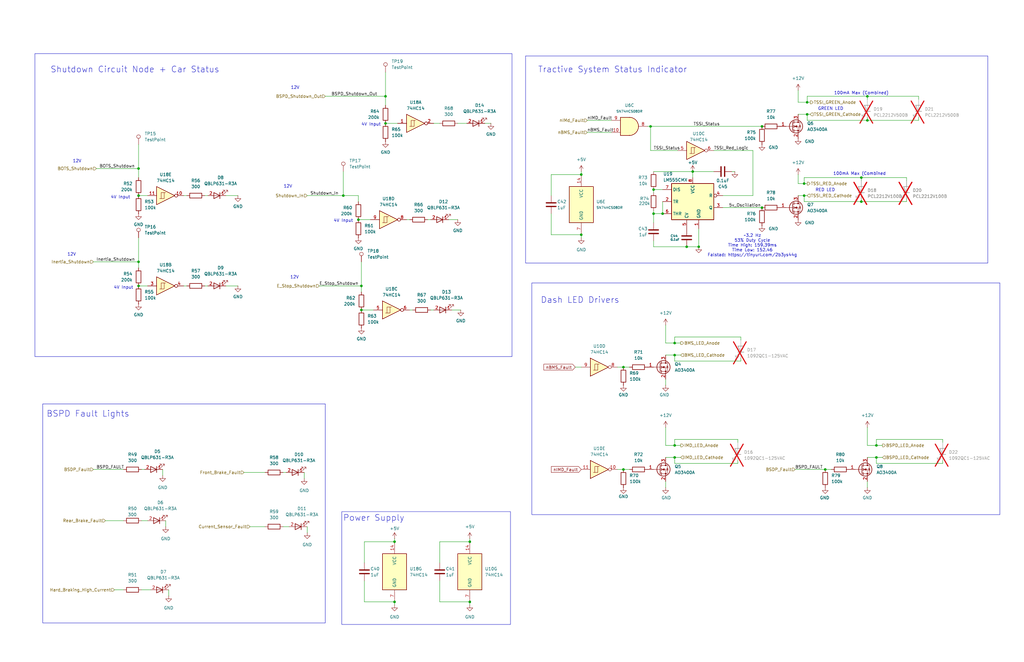
<source format=kicad_sch>
(kicad_sch (version 20250114) (generator "eeschema") (generator_version "9.0")
  (paper "B")
  (rectangle (start 144.145 215.9) (end 215.265 263.525))
  (rectangle (start 221.615 23.622) (end 416.56 110.998))
  (rectangle (start 224.282 119.38) (end 421.64 217.17))
  (rectangle (start 18.034 170.434) (end 137.16 262.89))
  (rectangle (start 14.732 22.606) (end 215.9 150.495))
  (text "4V Input\n" (at 144.78 93.218 0) (effects (font (size 1.27 1.27))))
  (text "12V\n" (at 32.512 68.072 0) (effects (font (size 1.27 1.27))))
  (text "4V Input\n" (at 156.464 52.578 0) (effects (font (size 1.27 1.27))))
  (text "~3.2 Hz\n53% Duty Cycle\nTime High: 159.39ms\nTime Low: 152.46\nFalstad: https://tinyurl.com/2b3ys44g" (at 317.246 103.632 0) (effects (font (size 1.27 1.27))))
  (text "12V\n" (at 124.206 117.094 0) (effects (font (size 1.27 1.27))))
  (text "BSPD Fault Lights" (at 37.084 174.752 0) (effects (font (size 2.54 2.54))))
  (text "12V\n" (at 124.46 37.084 0) (effects (font (size 1.27 1.27))))
  (text "Shutdown Circuit Node + Car Status" (at 56.896 29.464 0) (effects (font (size 2.54 2.54))))
  (text "4V Input\n" (at 52.07 121.412 0) (effects (font (size 1.27 1.27))))
  (text "Power Supply" (at 157.607 218.694 0) (effects (font (size 2.54 2.54))))
  (text "GREEN LED\n" (at 350.266 45.974 0) (effects (font (size 1.27 1.27))))
  (text "RED LED\n" (at 347.98 80.264 0) (effects (font (size 1.27 1.27))))
  (text "Tractive System Status Indicator" (at 258.318 29.464 0) (effects (font (size 2.54 2.54))))
  (text "100mA Max (Combined)\n" (at 363.22 39.37 0) (effects (font (size 1.27 1.27))))
  (text "100mA Max (Combined\n" (at 362.458 73.406 0) (effects (font (size 1.27 1.27))))
  (text "12V\n" (at 121.412 78.74 0) (effects (font (size 1.27 1.27))))
  (text "12V\n" (at 30.226 107.442 0) (effects (font (size 1.27 1.27))))
  (text "Dash LED Drivers" (at 244.602 126.746 0) (effects (font (size 2.54 2.54))))
  (text "4V Input\n" (at 50.8 83.312 0) (effects (font (size 1.27 1.27))))
  (junction (at 152.4 120.65))
  (junction (at 347.98 198.12))
  (junction (at 284.48 187.96))
  (junction (at 369.57 193.04))
  (junction (at 339.09 82.55))
  (junction (at 284.48 144.78))
  (junction (at 144.78 82.55))
  (junction (at 275.59 80.01))
  (junction (at 321.31 53.34))
  (junction (at 340.36 43.18))
  (junction (at 198.12 254))
  (junction (at 339.09 77.47))
  (junction (at 58.42 82.55))
  (junction (at 262.89 198.12))
  (junction (at 166.37 254))
  (junction (at 289.56 104.14))
  (junction (at 162.56 40.64))
  (junction (at 292.1 72.39))
  (junction (at 58.42 71.12))
  (junction (at 369.57 187.96))
  (junction (at 284.48 149.86))
  (junction (at 294.64 104.14))
  (junction (at 340.36 48.26))
  (junction (at 284.48 193.04))
  (junction (at 245.11 73.66))
  (junction (at 162.56 52.07))
  (junction (at 58.42 110.49))
  (junction (at 262.89 154.94))
  (junction (at 58.42 120.65))
  (junction (at 275.59 90.17))
  (junction (at 274.32 53.34))
  (junction (at 365.76 40.64))
  (junction (at 363.22 74.93))
  (junction (at 279.4 90.17))
  (junction (at 198.12 228.6))
  (junction (at 363.22 85.09))
  (junction (at 152.4 130.81))
  (junction (at 245.11 99.06))
  (junction (at 321.31 87.63))
  (junction (at 166.37 228.6))
  (junction (at 151.13 92.71))
  (junction (at 365.76 50.8))
  (wire (pts (xy 68.58 200.66) (xy 68.58 198.12)))
  (wire (pts (xy 336.55 38.1) (xy 336.55 43.18)))
  (wire (pts (xy 58.42 100.33) (xy 58.42 110.49)))
  (wire (pts (xy 280.67 180.34) (xy 280.67 187.96)))
  (wire (pts (xy 365.76 49.53) (xy 365.76 50.8)))
  (wire (pts (xy 284.48 187.96) (xy 284.48 185.42)))
  (wire (pts (xy 58.42 110.49) (xy 58.42 113.03)))
  (wire (pts (xy 166.37 255.27) (xy 166.37 254)))
  (wire (pts (xy 274.32 53.34) (xy 321.31 53.34)))
  (wire (pts (xy 363.22 74.93) (xy 339.09 74.93)))
  (wire (pts (xy 397.51 185.42) (xy 397.51 186.69)))
  (wire (pts (xy 341.63 43.18) (xy 340.36 43.18)))
  (wire (pts (xy 273.05 53.34) (xy 274.32 53.34)))
  (wire (pts (xy 340.36 77.47) (xy 339.09 77.47)))
  (wire (pts (xy 100.33 120.65) (xy 95.25 120.65)))
  (wire (pts (xy 153.67 245.11) (xy 153.67 254)))
  (wire (pts (xy 304.8 87.63) (xy 321.31 87.63)))
  (wire (pts (xy 39.37 198.12) (xy 52.07 198.12)))
  (wire (pts (xy 369.57 193.04) (xy 369.57 195.58)))
  (wire (pts (xy 369.57 195.58) (xy 397.51 195.58)))
  (wire (pts (xy 284.48 185.42) (xy 311.15 185.42)))
  (wire (pts (xy 284.48 149.86) (xy 284.48 152.4)))
  (wire (pts (xy 339.09 77.47) (xy 336.55 77.47)))
  (wire (pts (xy 369.57 185.42) (xy 369.57 187.96)))
  (wire (pts (xy 363.22 85.09) (xy 363.22 83.82)))
  (wire (pts (xy 39.37 110.49) (xy 58.42 110.49)))
  (wire (pts (xy 365.76 180.34) (xy 365.76 187.96)))
  (wire (pts (xy 284.48 149.86) (xy 287.02 149.86)))
  (wire (pts (xy 77.47 120.65) (xy 78.74 120.65)))
  (wire (pts (xy 340.36 50.8) (xy 340.36 48.26)))
  (wire (pts (xy 363.22 85.09) (xy 382.27 85.09)))
  (wire (pts (xy 185.42 228.6) (xy 185.42 237.49)))
  (wire (pts (xy 193.04 92.71) (xy 189.23 92.71)))
  (wire (pts (xy 284.48 152.4) (xy 312.42 152.4)))
  (wire (pts (xy 71.12 251.46) (xy 71.12 248.92)))
  (wire (pts (xy 134.62 120.65) (xy 152.4 120.65)))
  (wire (pts (xy 280.67 144.78) (xy 284.48 144.78)))
  (wire (pts (xy 153.67 228.6) (xy 153.67 237.49)))
  (wire (pts (xy 265.43 198.12) (xy 262.89 198.12)))
  (wire (pts (xy 128.27 201.93) (xy 128.27 199.39)))
  (wire (pts (xy 312.42 142.24) (xy 312.42 143.51)))
  (wire (pts (xy 340.36 48.26) (xy 336.55 48.26)))
  (wire (pts (xy 180.34 92.71) (xy 181.61 92.71)))
  (wire (pts (xy 382.27 74.93) (xy 382.27 76.2)))
  (wire (pts (xy 172.72 92.71) (xy 171.45 92.71)))
  (wire (pts (xy 365.76 40.64) (xy 365.76 41.91)))
  (wire (pts (xy 363.22 74.93) (xy 382.27 74.93)))
  (wire (pts (xy 245.11 99.06) (xy 232.41 99.06)))
  (wire (pts (xy 275.59 101.6) (xy 275.59 104.14)))
  (wire (pts (xy 69.85 222.25) (xy 69.85 219.71)))
  (wire (pts (xy 48.26 248.92) (xy 52.07 248.92)))
  (wire (pts (xy 317.5 63.5) (xy 317.5 82.55)))
  (wire (pts (xy 151.13 92.71) (xy 156.21 92.71)))
  (wire (pts (xy 59.69 219.71) (xy 62.23 219.71)))
  (wire (pts (xy 232.41 73.66) (xy 232.41 82.55)))
  (wire (pts (xy 40.64 71.12) (xy 58.42 71.12)))
  (wire (pts (xy 284.48 144.78) (xy 287.02 144.78)))
  (wire (pts (xy 309.88 72.39) (xy 308.61 72.39)))
  (wire (pts (xy 129.54 82.55) (xy 144.78 82.55)))
  (wire (pts (xy 300.99 63.5) (xy 317.5 63.5)))
  (wire (pts (xy 152.4 130.81) (xy 157.48 130.81)))
  (wire (pts (xy 284.48 193.04) (xy 284.48 195.58)))
  (wire (pts (xy 185.42 254) (xy 185.42 245.11)))
  (wire (pts (xy 387.35 40.64) (xy 387.35 41.91)))
  (wire (pts (xy 292.1 72.39) (xy 300.99 72.39)))
  (wire (pts (xy 279.4 85.09) (xy 279.4 90.17)))
  (wire (pts (xy 336.55 73.66) (xy 336.55 77.47)))
  (wire (pts (xy 185.42 52.07) (xy 182.88 52.07)))
  (wire (pts (xy 119.38 199.39) (xy 120.65 199.39)))
  (wire (pts (xy 350.52 198.12) (xy 347.98 198.12)))
  (wire (pts (xy 397.51 185.42) (xy 369.57 185.42)))
  (wire (pts (xy 275.59 88.9) (xy 275.59 90.17)))
  (wire (pts (xy 340.36 40.64) (xy 365.76 40.64)))
  (wire (pts (xy 166.37 227.33) (xy 166.37 228.6)))
  (wire (pts (xy 363.22 76.2) (xy 363.22 74.93)))
  (wire (pts (xy 86.36 82.55) (xy 87.63 82.55)))
  (wire (pts (xy 198.12 254) (xy 185.42 254)))
  (wire (pts (xy 317.5 82.55) (xy 304.8 82.55)))
  (wire (pts (xy 294.64 104.14) (xy 294.64 96.52)))
  (wire (pts (xy 339.09 85.09) (xy 363.22 85.09)))
  (wire (pts (xy 166.37 228.6) (xy 153.67 228.6)))
  (wire (pts (xy 77.47 82.55) (xy 78.74 82.55)))
  (wire (pts (xy 245.11 100.33) (xy 245.11 99.06)))
  (wire (pts (xy 284.48 187.96) (xy 280.67 187.96)))
  (wire (pts (xy 369.57 193.04) (xy 365.76 193.04)))
  (wire (pts (xy 369.57 187.96) (xy 365.76 187.96)))
  (wire (pts (xy 287.02 193.04) (xy 284.48 193.04)))
  (wire (pts (xy 86.36 120.65) (xy 87.63 120.65)))
  (wire (pts (xy 144.78 72.39) (xy 144.78 82.55)))
  (wire (pts (xy 198.12 255.27) (xy 198.12 254)))
  (wire (pts (xy 341.63 48.26) (xy 340.36 48.26)))
  (wire (pts (xy 58.42 82.55) (xy 62.23 82.55)))
  (wire (pts (xy 245.11 154.94) (xy 242.57 154.94)))
  (wire (pts (xy 279.4 80.01) (xy 275.59 80.01)))
  (wire (pts (xy 58.42 71.12) (xy 58.42 74.93)))
  (wire (pts (xy 382.27 83.82) (xy 382.27 85.09)))
  (wire (pts (xy 193.04 52.07) (xy 196.85 52.07)))
  (wire (pts (xy 339.09 82.55) (xy 336.55 82.55)))
  (wire (pts (xy 44.45 219.71) (xy 52.07 219.71)))
  (wire (pts (xy 275.59 104.14) (xy 289.56 104.14)))
  (wire (pts (xy 292.1 72.39) (xy 292.1 74.93)))
  (wire (pts (xy 312.42 142.24) (xy 284.48 142.24)))
  (wire (pts (xy 275.59 80.01) (xy 275.59 81.28)))
  (wire (pts (xy 58.42 60.96) (xy 58.42 71.12)))
  (wire (pts (xy 137.16 40.64) (xy 162.56 40.64)))
  (wire (pts (xy 232.41 99.06) (xy 232.41 90.17)))
  (wire (pts (xy 339.09 74.93) (xy 339.09 77.47)))
  (wire (pts (xy 387.35 50.8) (xy 387.35 49.53)))
  (wire (pts (xy 372.11 193.04) (xy 369.57 193.04)))
  (wire (pts (xy 312.42 152.4) (xy 312.42 151.13)))
  (wire (pts (xy 260.35 198.12) (xy 262.89 198.12)))
  (wire (pts (xy 311.15 185.42) (xy 311.15 186.69)))
  (wire (pts (xy 194.31 130.81) (xy 190.5 130.81)))
  (wire (pts (xy 274.32 53.34) (xy 274.32 63.5)))
  (wire (pts (xy 365.76 40.64) (xy 387.35 40.64)))
  (wire (pts (xy 245.11 72.39) (xy 245.11 73.66)))
  (wire (pts (xy 198.12 228.6) (xy 185.42 228.6)))
  (wire (pts (xy 274.32 63.5) (xy 285.75 63.5)))
  (wire (pts (xy 340.36 43.18) (xy 336.55 43.18)))
  (wire (pts (xy 365.76 50.8) (xy 387.35 50.8)))
  (wire (pts (xy 284.48 142.24) (xy 284.48 144.78)))
  (wire (pts (xy 311.15 195.58) (xy 284.48 195.58)))
  (wire (pts (xy 162.56 40.64) (xy 162.56 44.45)))
  (wire (pts (xy 275.59 93.98) (xy 275.59 90.17)))
  (wire (pts (xy 129.54 224.79) (xy 129.54 222.25)))
  (wire (pts (xy 144.78 82.55) (xy 151.13 82.55)))
  (wire (pts (xy 181.61 130.81) (xy 182.88 130.81)))
  (wire (pts (xy 172.72 130.81) (xy 173.99 130.81)))
  (wire (pts (xy 280.67 149.86) (xy 284.48 149.86)))
  (wire (pts (xy 287.02 187.96) (xy 284.48 187.96)))
  (wire (pts (xy 102.87 199.39) (xy 111.76 199.39)))
  (wire (pts (xy 152.4 110.49) (xy 152.4 120.65)))
  (wire (pts (xy 198.12 227.33) (xy 198.12 228.6)))
  (wire (pts (xy 247.65 55.88) (xy 257.81 55.88)))
  (wire (pts (xy 105.41 222.25) (xy 111.76 222.25)))
  (wire (pts (xy 340.36 82.55) (xy 339.09 82.55)))
  (wire (pts (xy 151.13 82.55) (xy 151.13 85.09)))
  (wire (pts (xy 247.65 50.8) (xy 257.81 50.8)))
  (wire (pts (xy 59.69 248.92) (xy 63.5 248.92)))
  (wire (pts (xy 95.25 82.55) (xy 100.33 82.55)))
  (wire (pts (xy 119.38 222.25) (xy 121.92 222.25)))
  (wire (pts (xy 260.35 154.94) (xy 262.89 154.94)))
  (wire (pts (xy 280.67 162.56) (xy 280.67 160.02)))
  (wire (pts (xy 365.76 50.8) (xy 340.36 50.8)))
  (wire (pts (xy 152.4 120.65) (xy 152.4 123.19)))
  (wire (pts (xy 58.42 120.65) (xy 62.23 120.65)))
  (wire (pts (xy 162.56 30.48) (xy 162.56 40.64)))
  (wire (pts (xy 207.01 52.07) (xy 204.47 52.07)))
  (wire (pts (xy 265.43 154.94) (xy 262.89 154.94)))
  (wire (pts (xy 311.15 195.58) (xy 311.15 194.31)))
  (wire (pts (xy 340.36 43.18) (xy 340.36 40.64)))
  (wire (pts (xy 280.67 137.16) (xy 280.67 144.78)))
  (wire (pts (xy 289.56 104.14) (xy 294.64 104.14)))
  (wire (pts (xy 153.67 254) (xy 166.37 254)))
  (wire (pts (xy 245.11 73.66) (xy 232.41 73.66)))
  (wire (pts (xy 339.09 82.55) (xy 339.09 85.09)))
  (wire (pts (xy 335.28 198.12) (xy 347.98 198.12)))
  (wire (pts (xy 372.11 187.96) (xy 369.57 187.96)))
  (wire (pts (xy 284.48 193.04) (xy 280.67 193.04)))
  (wire (pts (xy 397.51 195.58) (xy 397.51 194.31)))
  (wire (pts (xy 275.59 72.39) (xy 292.1 72.39)))
  (wire (pts (xy 162.56 52.07) (xy 167.64 52.07)))
  (wire (pts (xy 59.69 198.12) (xy 60.96 198.12)))
  (wire (pts (xy 365.76 205.74) (xy 365.76 203.2)))
  (wire (pts (xy 275.59 90.17) (xy 279.4 90.17)))
  (wire (pts (xy 280.67 205.74) (xy 280.67 203.2)))
  (label "Shutdown_In" (at 130.81 82.55 0))
  (label "Inertia_Shutdown" (at 40.64 110.49 0))
  (label "BSPD_FAULT" (at 40.64 198.12 0))
  (label "nIMD_Fault" (at 247.65 50.8 0))
  (label "5v_Oscillation" (at 307.34 87.63 0))
  (label "E_Stop_Shutdown" (at 134.62 120.65 0))
  (label "BSPD_Shutdown_Out" (at 139.7 40.64 0))
  (label "TSSI_Status" (at 303.53 53.34 180))
  (label "TSSI_Status" (at 275.59 63.5 0))
  (label "nBMS_Fault" (at 247.65 55.88 0))
  (label "TSSI_Red_Logic" (at 300.99 63.5 0))
  (label "BOTS_Shutdown" (at 41.91 71.12 0))
  (label "BSPD_FAULT" (at 335.28 198.12 0))
  (global_label "nBMS_Fault" (shape input) (at 242.57 154.94 180) (property "Intersheetrefs" "${INTERSHEET_REFS}" (at 228.7598 154.94 0) (effects (justify right))))
  (global_label "nIMD_Fault" (shape input) (at 245.11 198.12 180) (property "Intersheetrefs" "${INTERSHEET_REFS}" (at 231.9045 198.12 0) (effects (justify right))))
  (hierarchical_label "IMD_LED_Anode" (shape output) (at 287.02 187.96 0))
  (hierarchical_label "TSSI_RED_Anode" (shape output) (at 340.36 77.47 0))
  (hierarchical_label "Rear_Brake_Fault" (shape input) (at 44.45 219.71 180))
  (hierarchical_label "BSPD_LED_Anode" (shape output) (at 372.11 187.96 0))
  (hierarchical_label "IMD_LED_Cathode" (shape input) (at 287.02 193.04 0))
  (hierarchical_label "TSSI_GREEN_Anode" (shape output) (at 341.63 43.18 0))
  (hierarchical_label "Shutdown_In" (shape input) (at 129.54 82.55 180))
  (hierarchical_label "BSPD_Shutdown_Out" (shape input) (at 137.16 40.64 180))
  (hierarchical_label "TSSI_GREEN_Cathode" (shape input) (at 341.63 48.26 0))
  (hierarchical_label "BSDP_Fault" (shape input) (at 335.28 198.12 180))
  (hierarchical_label "Hard_Braking_High_Current" (shape input) (at 48.26 248.92 180))
  (hierarchical_label "Inertia_Shutdown" (shape input) (at 39.37 110.49 180))
  (hierarchical_label "BMS_LED_Anode" (shape output) (at 287.02 144.78 0))
  (hierarchical_label "BMS_LED_Cathode" (shape input) (at 287.02 149.86 0))
  (hierarchical_label "BSPD_LED_Cathode" (shape input) (at 372.11 193.04 0))
  (hierarchical_label "E_Stop_Shutdown" (shape input) (at 134.62 120.65 180))
  (hierarchical_label "nBMS_Fault" (shape input) (at 247.65 55.88 180))
  (hierarchical_label "BOTS_Shutdown" (shape input) (at 40.64 71.12 180))
  (hierarchical_label "BSDP_Fault" (shape input) (at 39.37 198.12 180))
  (hierarchical_label "Front_Brake_Fault" (shape input) (at 102.87 199.39 180))
  (hierarchical_label "Current_Sensor_Fault" (shape input) (at 105.41 222.25 180))
  (hierarchical_label "nIMd_Fault" (shape input) (at 247.65 50.8 180))
  (hierarchical_label "TSSI_RED_Cathode" (shape input) (at 340.36 82.55 0))
  (symbol (lib_id "power:GND") (at 69.85 222.25 0) (unit 1)
    (property "Reference" "#PWR0117" (effects (hide yes)))
    (property "Value" "GND" (at 69.85 227.33 0))
    (property "Description" "Power symbol creates a global label with name \"GND\" , ground" (effects (hide yes)))
  )
  (symbol (lib_id "power:+12V") (at 336.55 38.1 0) (unit 1)
    (property "Reference" "#PWR0146" (effects (hide yes)))
    (property "Value" "+12V" (at 336.55 33.02 0))
    (property "Description" "Power symbol creates a global label with name \"+12V\"" (effects (hide yes)))
  )
  (symbol (lib_id "Device:R") (at 177.8 130.81 270) (unit 1)
    (property "Reference" "R67" (at 177.8 124.46 90))
    (property "Value" "300" (at 177.8 127 90))
    (property "Footprint" "Resistor_SMD:R_0603_1608Metric_Pad0.98x0.95mm_HandSolder" (effects (hide yes)))
    (property "Datasheet" "https://www.yageogroup.com/content/datasheet/asset/file/PYU-AC_51_ROHS_L" (effects (hide yes)))
    (property "Description" "Resistor" (effects (hide yes)))
    (property "Digi PN" "YAG5330CT-ND" (effects (hide yes)))
    (property "Digi URL" "https://www.digikey.com/en/products/detail/yageo/AC0603FR-07300RL/5896018" (effects (hide yes)))
    (property "MFG" "Yageo" (effects (hide yes)))
    (property "MFG PN" "AC0603FR-07300RL" (effects (hide yes)))
  )
  (symbol (lib_id "Device:R") (at 55.88 198.12 270) (unit 1)
    (property "Reference" "R49" (at 55.88 191.77 90))
    (property "Value" "300" (at 55.88 194.31 90))
    (property "Footprint" "Resistor_SMD:R_0603_1608Metric_Pad0.98x0.95mm_HandSolder" (effects (hide yes)))
    (property "Datasheet" "https://www.yageogroup.com/content/datasheet/asset/file/PYU-AC_51_ROHS_L" (effects (hide yes)))
    (property "Description" "Resistor" (effects (hide yes)))
    (property "Digi PN" "YAG5330CT-ND" (effects (hide yes)))
    (property "Digi URL" "https://www.digikey.com/en/products/detail/yageo/AC0603FR-07300RL/5896018" (effects (hide yes)))
    (property "MFG" "Yageo" (effects (hide yes)))
    (property "MFG PN" "AC0603FR-07300RL" (effects (hide yes)))
  )
  (symbol (lib_id "74xx:74HC14") (at 166.37 241.3 0) (unit 7)
    (property "Reference" "U18" (at 172.72 240.0299 0) (effects (justify left)))
    (property "Value" "74HC14" (at 172.72 242.5699 0) (effects (justify left)))
    (property "Footprint" "Package_SO:SOIC-14_3.9x8.7mm_P1.27mm" (effects (hide yes)))
    (property "Datasheet" "http://www.ti.com/lit/gpn/sn74HC14" (effects (hide yes)))
    (property "Description" "Hex inverter schmitt trigger" (effects (hide yes)))
    (property "Digi PN" "296-1194-1-ND" (effects (hide yes)))
    (property "Digi URL" "https://www.digikey.com/en/products/detail/texas-instruments/SN74HC14DR/276837" (effects (hide yes)))
    (property "MFG" "TI" (effects (hide yes)))
    (property "MFG PN" "SN74HC14DR" (effects (hide yes)))
  )
  (symbol (lib_name "LED_1") (lib_id "Device:LED") (at 186.69 130.81 180) (unit 1)
    (property "Reference" "D13" (at 188.2775 123.19 0))
    (property "Value" "QBLP631-R3A" (at 188.2775 125.73 0))
    (property "Footprint" "LED_SMD:LED_0603_1608Metric_Pad1.05x0.95mm_HandSolder" (effects (hide yes)))
    (property "Datasheet" "https://www.qt-brightek.com/datasheet/QBLP631-R3A.pdf" (effects (hide yes)))
    (property "Description" "Light emitting diode" (effects (hide yes)))
    (property "Digikey Link" "https://www.digikey.com/en/products/detail/qt-brightek-qtb/QBLP631-R3A/23026406" (effects (hide yes)))
    (property "Part Name" "Leds" (effects (hide yes)))
    (property "Digi PN" "1516-QBLP631-R3ACT-ND" (effects (hide yes)))
    (property "Digi URL" "https://www.digikey.com/en/products/detail/qt-brightek-qtb/QBLP631-R3A/23026406" (effects (hide yes)))
    (property "MFG" "QTB" (effects (hide yes)))
    (property "MFG PN" "QBLP631-R3A" (effects (hide yes)))
  )
  (symbol (lib_id "power:GND") (at 68.58 200.66 0) (unit 1)
    (property "Reference" "#PWR0116" (effects (hide yes)))
    (property "Value" "GND" (at 68.58 205.74 0))
    (property "Description" "Power symbol creates a global label with name \"GND\" , ground" (effects (hide yes)))
  )
  (symbol (lib_id "power:GND") (at 194.31 130.81 0) (unit 1)
    (property "Reference" "#PWR0129" (effects (hide yes)))
    (property "Value" "GND" (at 194.31 135.382 0))
    (property "Description" "Power symbol creates a global label with name \"GND\" , ground" (effects (hide yes)))
  )
  (symbol (lib_id "Device:R") (at 58.42 86.36 0) (unit 1)
    (property "Reference" "R53" (at 60.96 85.0899 0) (effects (justify left)))
    (property "Value" "100k" (at 60.96 87.6299 0) (effects (justify left)))
    (property "Footprint" "Resistor_SMD:R_0603_1608Metric_Pad0.98x0.95mm_HandSolder" (effects (hide yes)))
    (property "Datasheet" "https://www.yageogroup.com/content/datasheet/asset/file/PYU-AC_51_ROHS_L" (effects (hide yes)))
    (property "Description" "Resistor" (effects (hide yes)))
    (property "Digi PN" "13-AC0603FR-13100KLCT-ND" (effects (hide yes)))
    (property "Digi URL" "https://www.digikey.com/en/products/detail/yageo/AC0603FR-13100KL/13694122" (effects (hide yes)))
    (property "MFG" "Yageo" (effects (hide yes)))
    (property "MFG PN" "AC0603FR-13100KL" (effects (hide yes)))
  )
  (symbol (lib_id "Device:R") (at 115.57 222.25 270) (unit 1)
    (property "Reference" "R59" (at 115.57 215.9 90))
    (property "Value" "300" (at 115.57 218.44 90))
    (property "Footprint" "Resistor_SMD:R_0603_1608Metric_Pad0.98x0.95mm_HandSolder" (effects (hide yes)))
    (property "Datasheet" "https://www.yageogroup.com/content/datasheet/asset/file/PYU-AC_51_ROHS_L" (effects (hide yes)))
    (property "Description" "Resistor" (effects (hide yes)))
    (property "Digi PN" "YAG5330CT-ND" (effects (hide yes)))
    (property "Digi URL" "https://www.digikey.com/en/products/detail/yageo/AC0603FR-07300RL/5896018" (effects (hide yes)))
    (property "MFG" "Yageo" (effects (hide yes)))
    (property "MFG PN" "AC0603FR-07300RL" (effects (hide yes)))
  )
  (symbol (lib_name "LED_1") (lib_id "Device:LED") (at 185.42 92.71 180) (unit 1)
    (property "Reference" "D12" (at 187.0075 85.09 0))
    (property "Value" "QBLP631-R3A" (at 187.0075 87.63 0))
    (property "Footprint" "LED_SMD:LED_0603_1608Metric_Pad1.05x0.95mm_HandSolder" (effects (hide yes)))
    (property "Datasheet" "https://www.qt-brightek.com/datasheet/QBLP631-R3A.pdf" (effects (hide yes)))
    (property "Description" "Light emitting diode" (effects (hide yes)))
    (property "Digikey Link" "https://www.digikey.com/en/products/detail/qt-brightek-qtb/QBLP631-R3A/23026406" (effects (hide yes)))
    (property "Part Name" "Leds" (effects (hide yes)))
    (property "Digi PN" "1516-QBLP631-R3ACT-ND" (effects (hide yes)))
    (property "Digi URL" "https://www.digikey.com/en/products/detail/qt-brightek-qtb/QBLP631-R3A/23026406" (effects (hide yes)))
    (property "MFG" "QTB" (effects (hide yes)))
    (property "MFG PN" "QBLP631-R3A" (effects (hide yes)))
  )
  (symbol (lib_id "Device:R") (at 58.42 124.46 0) (unit 1)
    (property "Reference" "R55" (at 60.96 123.1899 0) (effects (justify left)))
    (property "Value" "100k" (at 60.96 125.7299 0) (effects (justify left)))
    (property "Footprint" "Resistor_SMD:R_0603_1608Metric_Pad0.98x0.95mm_HandSolder" (effects (hide yes)))
    (property "Datasheet" "https://www.yageogroup.com/content/datasheet/asset/file/PYU-AC_51_ROHS_L" (effects (hide yes)))
    (property "Description" "Resistor" (effects (hide yes)))
    (property "Digi PN" "13-AC0603FR-13100KLCT-ND" (effects (hide yes)))
    (property "Digi URL" "https://www.digikey.com/en/products/detail/yageo/AC0603FR-13100KL/13694122" (effects (hide yes)))
    (property "MFG" "Yageo" (effects (hide yes)))
    (property "MFG PN" "AC0603FR-13100KL" (effects (hide yes)))
  )
  (symbol (lib_id "Device:R") (at 325.12 53.34 270) (unit 1)
    (property "Reference" "R77" (at 325.12 46.99 90))
    (property "Value" "10k" (at 325.12 49.53 90))
    (property "Footprint" "Resistor_SMD:R_0603_1608Metric_Pad0.98x0.95mm_HandSolder" (effects (hide yes)))
    (property "Datasheet" "https://www.yageogroup.com/content/datasheet/asset/file/PYU-AC_51_ROHS_L" (effects (hide yes)))
    (property "Description" "Resistor" (effects (hide yes)))
    (property "Digi PN" "13-AC0603FR-1010KLCT-ND" (effects (hide yes)))
    (property "Digi URL" "https://www.digikey.com/en/products/detail/yageo/AC0603FR-1010KL/13694182" (effects (hide yes)))
    (property "MFG" "Yageo" (effects (hide yes)))
    (property "MFG PN" "AC0603FR-1010KL" (effects (hide yes)))
  )
  (symbol (lib_id "Device:R") (at 275.59 76.2 0) (mirror y) (unit 1)
    (property "Reference" "R73" (at 273.05 74.9299 0) (effects (justify left)))
    (property "Value" "10k" (at 273.05 77.4699 0) (effects (justify left)))
    (property "Footprint" "Resistor_SMD:R_0603_1608Metric_Pad0.98x0.95mm_HandSolder" (effects (hide yes)))
    (property "Datasheet" "https://www.yageogroup.com/content/datasheet/asset/file/PYU-AC_51_ROHS_L" (effects (hide yes)))
    (property "Description" "Resistor" (effects (hide yes)))
    (property "Digi PN" "13-AC0603FR-1010KLCT-ND" (effects (hide yes)))
    (property "Digi URL" "https://www.digikey.com/en/products/detail/yageo/AC0603FR-1010KL/13694182" (effects (hide yes)))
    (property "MFG" "Yageo" (effects (hide yes)))
    (property "MFG PN" "AC0603FR-1010KL" (effects (hide yes)))
  )
  (symbol (lib_id "power:GND") (at 207.01 52.07 0) (unit 1)
    (property "Reference" "#PWR0132" (effects (hide yes)))
    (property "Value" "GND" (at 207.01 56.642 0))
    (property "Description" "Power symbol creates a global label with name \"GND\" , ground" (effects (hide yes)))
  )
  (symbol (lib_id "power:GND") (at 262.89 205.74 0) (unit 1)
    (property "Reference" "#PWR0136" (effects (hide yes)))
    (property "Value" "GND" (at 262.89 209.55 0))
    (property "Description" "Power symbol creates a global label with name \"GND\" , ground" (effects (hide yes)))
  )
  (symbol (lib_id "Device:R") (at 189.23 52.07 270) (unit 1)
    (property "Reference" "R68" (at 189.23 45.72 90))
    (property "Value" "300" (at 189.23 48.26 90))
    (property "Footprint" "Resistor_SMD:R_0603_1608Metric_Pad0.98x0.95mm_HandSolder" (effects (hide yes)))
    (property "Datasheet" "https://www.yageogroup.com/content/datasheet/asset/file/PYU-AC_51_ROHS_L" (effects (hide yes)))
    (property "Description" "Resistor" (effects (hide yes)))
    (property "Digi PN" "YAG5330CT-ND" (effects (hide yes)))
    (property "Digi URL" "https://www.digikey.com/en/products/detail/yageo/AC0603FR-07300RL/5896018" (effects (hide yes)))
    (property "MFG" "Yageo" (effects (hide yes)))
    (property "MFG PN" "AC0603FR-07300RL" (effects (hide yes)))
  )
  (symbol (lib_id "Transistor_FET:AO3400A") (at 363.22 198.12 0) (unit 1)
    (property "Reference" "Q8" (at 369.57 196.8499 0) (effects (justify left)))
    (property "Value" "AO3400A" (at 369.57 199.3899 0) (effects (justify left)))
    (property "Footprint" "Package_TO_SOT_SMD:SOT-23" (effects (hide yes)))
    (property "Datasheet" "http://www.aosmd.com/pdfs/datasheet/AO3400A.pdf" (effects (hide yes)))
    (property "Description" "30V Vds, 5.7A Id, N-Channel MOSFET, SOT-23" (effects (hide yes)))
    (property "Digi PN" "785-1000-1-ND" (effects (hide yes)))
    (property "Digi URL" "https://www.digikey.com/en/products/detail/alpha-omega-semiconductor-inc/AO3400A/1855772" (effects (hide yes)))
    (property "MFG" "A&O " (effects (hide yes)))
    (property "MFG PN" "AO3400A" (effects (hide yes)))
  )
  (symbol (lib_id "Device:R") (at 82.55 82.55 270) (unit 1)
    (property "Reference" "R56" (at 82.55 76.2 90))
    (property "Value" "300" (at 82.55 78.74 90))
    (property "Footprint" "Resistor_SMD:R_0603_1608Metric_Pad0.98x0.95mm_HandSolder" (effects (hide yes)))
    (property "Datasheet" "https://www.yageogroup.com/content/datasheet/asset/file/PYU-AC_51_ROHS_L" (effects (hide yes)))
    (property "Description" "Resistor" (effects (hide yes)))
    (property "Digi PN" "YAG5330CT-ND" (effects (hide yes)))
    (property "Digi URL" "https://www.digikey.com/en/products/detail/yageo/AC0603FR-07300RL/5896018" (effects (hide yes)))
    (property "MFG" "Yageo" (effects (hide yes)))
    (property "MFG PN" "AC0603FR-07300RL" (effects (hide yes)))
  )
  (symbol (lib_id "74xx:74HC14") (at 175.26 52.07 0) (unit 1)
    (property "Reference" "U18" (at 175.26 43.18 0))
    (property "Value" "74HC14" (at 175.26 45.72 0))
    (property "Footprint" "Package_SO:SOIC-14_3.9x8.7mm_P1.27mm" (effects (hide yes)))
    (property "Datasheet" "http://www.ti.com/lit/gpn/sn74HC14" (effects (hide yes)))
    (property "Description" "Hex inverter schmitt trigger" (effects (hide yes)))
    (property "Digi PN" "296-1194-1-ND" (effects (hide yes)))
    (property "Digi URL" "https://www.digikey.com/en/products/detail/texas-instruments/SN74HC14DR/276837" (effects (hide yes)))
    (property "MFG" "TI" (effects (hide yes)))
    (property "MFG PN" "SN74HC14DR" (effects (hide yes)))
  )
  (symbol (lib_id "74xx:74HC14") (at 69.85 120.65 0) (unit 2)
    (property "Reference" "U18" (at 69.85 111.76 0))
    (property "Value" "74HC14" (at 69.85 114.3 0))
    (property "Footprint" "Package_SO:SOIC-14_3.9x8.7mm_P1.27mm" (effects (hide yes)))
    (property "Datasheet" "http://www.ti.com/lit/gpn/sn74HC14" (effects (hide yes)))
    (property "Description" "Hex inverter schmitt trigger" (effects (hide yes)))
    (property "Digi PN" "296-1194-1-ND" (effects (hide yes)))
    (property "Digi URL" "https://www.digikey.com/en/products/detail/texas-instruments/SN74HC14DR/276837" (effects (hide yes)))
    (property "MFG" "TI" (effects (hide yes)))
    (property "MFG PN" "SN74HC14DR" (effects (hide yes)))
  )
  (symbol (lib_id "power:GND") (at 71.12 251.46 0) (unit 1)
    (property "Reference" "#PWR0118" (effects (hide yes)))
    (property "Value" "GND" (at 71.12 256.54 0))
    (property "Description" "Power symbol creates a global label with name \"GND\" , ground" (effects (hide yes)))
  )
  (symbol (lib_id "FS_3_Global_Symbol_Library:SN74HCS08DR") (at 265.43 53.34 0) (unit 3)
    (property "Reference" "U6" (at 265.4217 44.45 0))
    (property "Value" "SN74HCS08DR" (at 265.4217 46.99 0) (effects (font (size 1.016 1.016))))
    (property "Footprint" "Package_SO:SOIC-14_3.9x8.7mm_P1.27mm" (effects (hide yes)))
    (property "Datasheet" "http://www.ti.com/lit/gpn/sn74hc00" (effects (hide yes)))
    (property "Description" "quad 2-input AND gate" (effects (hide yes)))
    (property "Digi PN" "296-SN74HCS08DRCT-ND" (effects (hide yes)))
    (property "Digi URL" "https://www.digikey.com/en/products/detail/texas-instruments/SN74HCS08DR/12342946" (effects (hide yes)))
    (property "MFG" "TI" (effects (hide yes)))
    (property "MFG PN" "SN74HCS08DR" (effects (hide yes)))
  )
  (symbol (lib_id "Device:R") (at 55.88 219.71 90) (unit 1)
    (property "Reference" "R50" (at 53.848 214.63 90) (effects (justify right)))
    (property "Value" "300" (at 53.848 217.17 90) (effects (justify right)))
    (property "Footprint" "Resistor_SMD:R_0603_1608Metric_Pad0.98x0.95mm_HandSolder" (effects (hide yes)))
    (property "Datasheet" "https://www.yageogroup.com/content/datasheet/asset/file/PYU-AC_51_ROHS_L" (effects (hide yes)))
    (property "Description" "Resistor" (effects (hide yes)))
    (property "Digi PN" "YAG5330CT-ND" (effects (hide yes)))
    (property "Digi URL" "https://www.digikey.com/en/products/detail/yageo/AC0603FR-07300RL/5896018" (effects (hide yes)))
    (property "MFG" "Yageo" (effects (hide yes)))
    (property "MFG PN" "AC0603FR-07300RL" (effects (hide yes)))
  )
  (symbol (lib_name "LED_1") (lib_id "Device:LED") (at 91.44 120.65 180) (unit 1)
    (property "Reference" "D9" (at 93.0275 113.03 0))
    (property "Value" "QBLP631-R3A" (at 93.0275 115.57 0))
    (property "Footprint" "LED_SMD:LED_0603_1608Metric_Pad1.05x0.95mm_HandSolder" (effects (hide yes)))
    (property "Datasheet" "https://www.qt-brightek.com/datasheet/QBLP631-R3A.pdf" (effects (hide yes)))
    (property "Description" "Light emitting diode" (effects (hide yes)))
    (property "Digikey Link" "https://www.digikey.com/en/products/detail/qt-brightek-qtb/QBLP631-R3A/23026406" (effects (hide yes)))
    (property "Part Name" "Leds" (effects (hide yes)))
    (property "Digi PN" "1516-QBLP631-R3ACT-ND" (effects (hide yes)))
    (property "Digi URL" "https://www.digikey.com/en/products/detail/qt-brightek-qtb/QBLP631-R3A/23026406" (effects (hide yes)))
    (property "MFG" "QTB" (effects (hide yes)))
    (property "MFG PN" "QBLP631-R3A" (effects (hide yes)))
  )
  (symbol (lib_name "LED_1") (lib_id "Device:LED") (at 66.04 219.71 180) (unit 1)
    (property "Reference" "D6" (at 67.6275 212.09 0))
    (property "Value" "QBLP631-R3A" (at 67.6275 214.63 0))
    (property "Footprint" "LED_SMD:LED_0603_1608Metric_Pad1.05x0.95mm_HandSolder" (effects (hide yes)))
    (property "Datasheet" "https://www.qt-brightek.com/datasheet/QBLP631-R3A.pdf" (effects (hide yes)))
    (property "Description" "Light emitting diode" (effects (hide yes)))
    (property "Digikey Link" "https://www.digikey.com/en/products/detail/qt-brightek-qtb/QBLP631-R3A/23026406" (effects (hide yes)))
    (property "Part Name" "Leds" (effects (hide yes)))
    (property "Digi PN" "1516-QBLP631-R3ACT-ND" (effects (hide yes)))
    (property "Digi URL" "https://www.digikey.com/en/products/detail/qt-brightek-qtb/QBLP631-R3A/23026406" (effects (hide yes)))
    (property "MFG" "QTB" (effects (hide yes)))
    (property "MFG PN" "QBLP631-R3A" (effects (hide yes)))
  )
  (symbol (lib_id "Device:LED") (at 387.35 45.72 270) (mirror x) (unit 1) (on_board no) (dnp yes)
    (property "Reference" "D21" (at 389.89 46.0374 90) (effects (justify left)))
    (property "Value" "PCL2212V500B" (at 389.89 48.5774 90) (effects (justify left)))
    (property "Datasheet" "https://vcclite.com/wp-content/uploads/products/PCL2224V500B/datasheet/PCL22-Rev2.pdf" (effects (hide yes)))
    (property "Description" "TSSI Green LED" (effects (hide yes)))
    (property "Digi PN" "PCL2212V500B-ND" (effects (hide yes)))
    (property "Digi URL" "https://www.digikey.com/en/products/detail/visual-communications-company-vcc/PCL2212V500B/7398812" (effects (hide yes)))
    (property "MFG" "Visual Communications Company" (effects (hide yes)))
    (property "MFG PN" "PCL2212V500B" (effects (hide yes)))
  )
  (symbol (lib_id "Device:R") (at 115.57 199.39 270) (unit 1)
    (property "Reference" "R58" (at 115.57 193.04 90))
    (property "Value" "300" (at 115.57 195.58 90))
    (property "Footprint" "Resistor_SMD:R_0603_1608Metric_Pad0.98x0.95mm_HandSolder" (effects (hide yes)))
    (property "Datasheet" "https://www.yageogroup.com/content/datasheet/asset/file/PYU-AC_51_ROHS_L" (effects (hide yes)))
    (property "Description" "Resistor" (effects (hide yes)))
    (property "Digi PN" "YAG5330CT-ND" (effects (hide yes)))
    (property "Digi URL" "https://www.digikey.com/en/products/detail/yageo/AC0603FR-07300RL/5896018" (effects (hide yes)))
    (property "MFG" "Yageo" (effects (hide yes)))
    (property "MFG PN" "AC0603FR-07300RL" (effects (hide yes)))
  )
  (symbol (lib_id "Device:R") (at 82.55 120.65 270) (unit 1)
    (property "Reference" "R57" (at 82.55 114.3 90))
    (property "Value" "300" (at 82.55 116.84 90))
    (property "Footprint" "Resistor_SMD:R_0603_1608Metric_Pad0.98x0.95mm_HandSolder" (effects (hide yes)))
    (property "Datasheet" "https://www.yageogroup.com/content/datasheet/asset/file/PYU-AC_51_ROHS_L" (effects (hide yes)))
    (property "Description" "Resistor" (effects (hide yes)))
    (property "Digi PN" "YAG5330CT-ND" (effects (hide yes)))
    (property "Digi URL" "https://www.digikey.com/en/products/detail/yageo/AC0603FR-07300RL/5896018" (effects (hide yes)))
    (property "MFG" "Yageo" (effects (hide yes)))
    (property "MFG PN" "AC0603FR-07300RL" (effects (hide yes)))
  )
  (symbol (lib_id "power:+5V") (at 292.1 72.39 0) (unit 1)
    (property "Reference" "#PWR0141" (effects (hide yes)))
    (property "Value" "+5V" (at 292.1 68.58 0))
    (property "Description" "Power symbol creates a global label with name \"+5V\"" (effects (hide yes)))
  )
  (symbol (lib_id "power:GND") (at 280.67 205.74 0) (unit 1)
    (property "Reference" "#PWR0140" (effects (hide yes)))
    (property "Value" "GND" (at 280.924 210.058 0))
    (property "Description" "Power symbol creates a global label with name \"GND\" , ground" (effects (hide yes)))
  )
  (symbol (lib_name "LED_1") (lib_id "Device:LED") (at 124.46 199.39 180) (unit 1)
    (property "Reference" "D10" (at 126.0475 191.77 0))
    (property "Value" "QBLP631-R3A" (at 126.0475 194.31 0))
    (property "Footprint" "LED_SMD:LED_0603_1608Metric_Pad1.05x0.95mm_HandSolder" (effects (hide yes)))
    (property "Datasheet" "https://www.qt-brightek.com/datasheet/QBLP631-R3A.pdf" (effects (hide yes)))
    (property "Description" "Light emitting diode" (effects (hide yes)))
    (property "Digikey Link" "https://www.digikey.com/en/products/detail/qt-brightek-qtb/QBLP631-R3A/23026406" (effects (hide yes)))
    (property "Part Name" "Leds" (effects (hide yes)))
    (property "Digi PN" "1516-QBLP631-R3ACT-ND" (effects (hide yes)))
    (property "Digi URL" "https://www.digikey.com/en/products/detail/qt-brightek-qtb/QBLP631-R3A/23026406" (effects (hide yes)))
    (property "MFG" "QTB" (effects (hide yes)))
    (property "MFG PN" "QBLP631-R3A" (effects (hide yes)))
  )
  (symbol (lib_id "Device:R") (at 152.4 134.62 0) (unit 1)
    (property "Reference" "R63" (at 154.94 133.3499 0) (effects (justify left)))
    (property "Value" "100k" (at 154.94 135.8899 0) (effects (justify left)))
    (property "Footprint" "Resistor_SMD:R_0603_1608Metric_Pad0.98x0.95mm_HandSolder" (effects (hide yes)))
    (property "Datasheet" "https://www.yageogroup.com/content/datasheet/asset/file/PYU-AC_51_ROHS_L" (effects (hide yes)))
    (property "Description" "Resistor" (effects (hide yes)))
    (property "Digi PN" "13-AC0603FR-13100KLCT-ND" (effects (hide yes)))
    (property "Digi URL" "https://www.digikey.com/en/products/detail/yageo/AC0603FR-13100KL/13694122" (effects (hide yes)))
    (property "MFG" "Yageo" (effects (hide yes)))
    (property "MFG PN" "AC0603FR-13100KL" (effects (hide yes)))
  )
  (symbol (lib_id "Device:R") (at 321.31 57.15 0) (mirror x) (unit 1)
    (property "Reference" "R75" (at 318.77 55.8799 0) (effects (justify right)))
    (property "Value" "100k" (at 318.77 58.4199 0) (effects (justify right)))
    (property "Footprint" "Resistor_SMD:R_0603_1608Metric_Pad0.98x0.95mm_HandSolder" (effects (hide yes)))
    (property "Datasheet" "https://www.yageogroup.com/content/datasheet/asset/file/PYU-AC_51_ROHS_L" (effects (hide yes)))
    (property "Description" "Resistor" (effects (hide yes)))
    (property "Digi PN" "13-AC0603FR-13100KLCT-ND" (effects (hide yes)))
    (property "Digi URL" "https://www.digikey.com/en/products/detail/yageo/AC0603FR-13100KL/13694122" (effects (hide yes)))
    (property "MFG" "Yageo" (effects (hide yes)))
    (property "MFG PN" "AC0603FR-13100KL" (effects (hide yes)))
  )
  (symbol (lib_id "FS_3_Global_Symbol_Library:SN74HCS08DR") (at 245.11 86.36 0) (unit 5)
    (property "Reference" "U6" (at 251.46 85.0899 0) (effects (justify left)))
    (property "Value" "SN74HCS08DR" (at 251.46 87.6299 0) (effects (font (size 1.016 1.016)) (justify left)))
    (property "Footprint" "Package_SO:SOIC-14_3.9x8.7mm_P1.27mm" (effects (hide yes)))
    (property "Datasheet" "http://www.ti.com/lit/gpn/sn74hc00" (effects (hide yes)))
    (property "Description" "quad 2-input AND gate" (effects (hide yes)))
    (property "Digi PN" "296-SN74HCS08DRCT-ND" (effects (hide yes)))
    (property "Digi URL" "https://www.digikey.com/en/products/detail/texas-instruments/SN74HCS08DR/12342946" (effects (hide yes)))
    (property "MFG" "TI" (effects (hide yes)))
    (property "MFG PN" "SN74HCS08DR" (effects (hide yes)))
  )
  (symbol (lib_id "power:GND") (at 347.98 205.74 0) (unit 1)
    (property "Reference" "#PWR0150" (effects (hide yes)))
    (property "Value" "GND" (at 347.726 210.058 0))
    (property "Description" "Power symbol creates a global label with name \"GND\" , ground" (effects (hide yes)))
  )
  (symbol (lib_id "power:GND") (at 309.88 72.39 0) (unit 1)
    (property "Reference" "#PWR0143" (effects (hide yes)))
    (property "Value" "GND" (effects (hide yes)))
    (property "Description" "Power symbol creates a global label with name \"GND\" , ground" (effects (hide yes)))
  )
  (symbol (lib_id "Device:C") (at 304.8 72.39 90) (mirror x) (unit 1)
    (property "Reference" "C45" (at 304.8 78.74 90))
    (property "Value" "0.1uF" (at 304.8 76.2 90))
    (property "Footprint" "Capacitor_SMD:C_0603_1608Metric_Pad1.08x0.95mm_HandSolder" (effects (hide yes)))
    (property "Datasheet" "https://www.yageogroup.com/content/datasheet/asset/file/UPY-GPHC_X7R_6_3V-TO-250V" (effects (hide yes)))
    (property "Description" "Unpolarized capacitor" (effects (hide yes)))
    (property "Digi PN" "311-1779-1-ND" (effects (hide yes)))
    (property "MFG" "Yageo" (effects (hide yes)))
    (property "MFG PN" "CC0603JRX7R9BB104" (effects (hide yes)))
    (property "Digi URL" "https://www.digikey.com/en/products/detail/yageo/CC0603JRX7R9BB104/5195188" (effects (hide yes)))
  )
  (symbol (lib_id "power:GND") (at 152.4 138.43 0) (unit 1)
    (property "Reference" "#PWR0124" (effects (hide yes)))
    (property "Value" "GND" (at 152.4 143.002 0))
    (property "Description" "Power symbol creates a global label with name \"GND\" , ground" (effects (hide yes)))
  )
  (symbol (lib_id "power:+5V") (at 245.11 72.39 0) (unit 1)
    (property "Reference" "#PWR0133" (effects (hide yes)))
    (property "Value" "+5V" (at 245.11 67.31 0))
    (property "Description" "Power symbol creates a global label with name \"+5V\"" (effects (hide yes)))
  )
  (symbol (lib_id "power:GND") (at 193.04 92.71 0) (unit 1)
    (property "Reference" "#PWR0128" (effects (hide yes)))
    (property "Value" "GND" (at 193.04 97.282 0))
    (property "Description" "Power symbol creates a global label with name \"GND\" , ground" (effects (hide yes)))
  )
  (symbol (lib_id "Device:R") (at 262.89 158.75 180) (unit 1)
    (property "Reference" "R69" (at 265.43 157.4799 0) (effects (justify right)))
    (property "Value" "100k" (at 265.43 160.0199 0) (effects (justify right)))
    (property "Footprint" "Resistor_SMD:R_0603_1608Metric_Pad0.98x0.95mm_HandSolder" (effects (hide yes)))
    (property "Datasheet" "https://www.yageogroup.com/content/datasheet/asset/file/PYU-AC_51_ROHS_L" (effects (hide yes)))
    (property "Description" "Resistor" (effects (hide yes)))
    (property "Digi PN" "13-AC0603FR-13100KLCT-ND" (effects (hide yes)))
    (property "Digi URL" "https://www.digikey.com/en/products/detail/yageo/AC0603FR-13100KL/13694122" (effects (hide yes)))
    (property "MFG" "Yageo" (effects (hide yes)))
    (property "MFG PN" "AC0603FR-13100KL" (effects (hide yes)))
  )
  (symbol (lib_id "Device:LED") (at 363.22 80.01 270) (mirror x) (unit 1) (on_board no) (dnp yes)
    (property "Reference" "D18" (at 365.76 80.3274 90) (effects (justify left)))
    (property "Value" "PCL2212V100B" (at 365.76 82.8674 90) (effects (justify left)))
    (property "Datasheet" "https://vcclite.com/wp-content/uploads/products/PCL2224V500B/datasheet/PCL22-Rev2.pdf" (effects (hide yes)))
    (property "Description" "TSSI RED LED" (effects (hide yes)))
    (property "Digi PN" "PCL2212V100B-ND" (effects (hide yes)))
    (property "Digi URL" "https://www.digikey.com/en/products/detail/visual-communications-company-vcc/PCL2212V100B/7398809?s=N4IgTCBcDaIAoGEAyYwEYwDU0AYcCEQBdAXyA" (effects (hide yes)))
    (property "MFG" "Visual Communications Company" (effects (hide yes)))
    (property "MFG PN" "PCL2212V100B" (effects (hide yes)))
  )
  (symbol (lib_id "74xx:74HC14") (at 198.12 241.3 0) (unit 7)
    (property "Reference" "U10" (at 204.47 240.0299 0) (effects (justify left)))
    (property "Value" "74HC14" (at 204.47 242.5699 0) (effects (justify left)))
    (property "Footprint" "Package_SO:SOIC-14_3.9x8.7mm_P1.27mm" (effects (hide yes)))
    (property "Datasheet" "http://www.ti.com/lit/gpn/sn74HC14" (effects (hide yes)))
    (property "Description" "Hex inverter schmitt trigger" (effects (hide yes)))
    (property "Digi PN" "296-1194-1-ND" (effects (hide yes)))
    (property "Digi URL" "https://www.digikey.com/en/products/detail/texas-instruments/SN74HC14DR/276837" (effects (hide yes)))
    (property "MFG" "TI" (effects (hide yes)))
    (property "MFG PN" "SN74HC14DR" (effects (hide yes)))
  )
  (symbol (lib_id "Connector:TestPoint") (at 152.4 110.49 0) (unit 1)
    (property "Reference" "TP18" (at 154.94 105.9179 0) (effects (justify left)))
    (property "Value" "TestPoint" (at 154.94 108.4579 0) (effects (justify left)))
    (property "Footprint" "TestPoint:TestPoint_Pad_1.5x1.5mm" (effects (hide yes)))
    (property "Description" "test point" (effects (hide yes)))
  )
  (symbol (lib_id "Device:R") (at 269.24 198.12 270) (unit 1)
    (property "Reference" "R72" (at 269.24 191.77 90))
    (property "Value" "10k" (at 269.24 194.31 90))
    (property "Footprint" "Resistor_SMD:R_0603_1608Metric_Pad0.98x0.95mm_HandSolder" (effects (hide yes)))
    (property "Datasheet" "https://www.yageogroup.com/content/datasheet/asset/file/PYU-AC_51_ROHS_L" (effects (hide yes)))
    (property "Description" "Resistor" (effects (hide yes)))
    (property "Digi PN" "13-AC0603FR-1010KLCT-ND" (effects (hide yes)))
    (property "Digi URL" "https://www.digikey.com/en/products/detail/yageo/AC0603FR-1010KL/13694182" (effects (hide yes)))
    (property "MFG" "Yageo" (effects (hide yes)))
    (property "MFG PN" "AC0603FR-1010KL" (effects (hide yes)))
  )
  (symbol (lib_id "power:+12V") (at 280.67 137.16 0) (unit 1)
    (property "Reference" "#PWR0137" (effects (hide yes)))
    (property "Value" "+12V" (at 280.67 132.08 0))
    (property "Description" "Power symbol creates a global label with name \"+12V\"" (effects (hide yes)))
  )
  (symbol (lib_name "LED_1") (lib_id "Device:LED") (at 91.44 82.55 180) (unit 1)
    (property "Reference" "D8" (at 93.0275 74.93 0))
    (property "Value" "QBLP631-R3A" (at 93.0275 77.47 0))
    (property "Footprint" "LED_SMD:LED_0603_1608Metric_Pad1.05x0.95mm_HandSolder" (effects (hide yes)))
    (property "Datasheet" "https://www.qt-brightek.com/datasheet/QBLP631-R3A.pdf" (effects (hide yes)))
    (property "Description" "Light emitting diode" (effects (hide yes)))
    (property "Digikey Link" "https://www.digikey.com/en/products/detail/qt-brightek-qtb/QBLP631-R3A/23026406" (effects (hide yes)))
    (property "Part Name" "Leds" (effects (hide yes)))
    (property "Digi PN" "1516-QBLP631-R3ACT-ND" (effects (hide yes)))
    (property "Digi URL" "https://www.digikey.com/en/products/detail/qt-brightek-qtb/QBLP631-R3A/23026406" (effects (hide yes)))
    (property "MFG" "QTB" (effects (hide yes)))
    (property "MFG PN" "QBLP631-R3A" (effects (hide yes)))
  )
  (symbol (lib_id "power:+12V") (at 336.55 73.66 0) (unit 1)
    (property "Reference" "#PWR0148" (effects (hide yes)))
    (property "Value" "+12V" (at 336.55 68.58 0))
    (property "Description" "Power symbol creates a global label with name \"+12V\"" (effects (hide yes)))
  )
  (symbol (lib_id "Device:C") (at 289.56 100.33 180) (unit 1)
    (property "Reference" "C44" (at 282.702 99.568 0) (effects (font (size 1.016 1.016)) (justify right)))
    (property "Value" "0.1uF" (at 282.702 101.092 0) (effects (font (size 0.889 0.889)) (justify right)))
    (property "Footprint" "Capacitor_SMD:C_0603_1608Metric_Pad1.08x0.95mm_HandSolder" (effects (hide yes)))
    (property "Datasheet" "https://www.yageogroup.com/content/datasheet/asset/file/UPY-GPHC_X7R_6_3V-TO-250V" (effects (hide yes)))
    (property "Digi PN" "311-1779-1-ND" (effects (hide yes)))
    (property "Digi URL" "https://www.digikey.com/en/products/detail/yageo/CC0603JRX7R9BB104/5195188" (effects (hide yes)))
    (property "MFG" "Yageo" (effects (hide yes)))
    (property "MFG PN" "CC0603JRX7R9BB104" (effects (hide yes)))
  )
  (symbol (lib_id "Transistor_FET:AO3400A") (at 334.01 53.34 0) (unit 1)
    (property "Reference" "Q6" (at 340.36 52.0699 0) (effects (justify left)))
    (property "Value" "AO3400A" (at 340.36 54.6099 0) (effects (justify left)))
    (property "Footprint" "Package_TO_SOT_SMD:SOT-23" (effects (hide yes)))
    (property "Datasheet" "http://www.aosmd.com/pdfs/datasheet/AO3400A.pdf" (effects (hide yes)))
    (property "Description" "30V Vds, 5.7A Id, N-Channel MOSFET, SOT-23" (effects (hide yes)))
    (property "Digi PN" "785-1000-1-ND" (effects (hide yes)))
    (property "Digi URL" "https://www.digikey.com/en/products/detail/alpha-omega-semiconductor-inc/AO3400A/1855772" (effects (hide yes)))
    (property "MFG" "A&O " (effects (hide yes)))
    (property "MFG PN" "AO3400A" (effects (hide yes)))
  )
  (symbol (lib_id "74xx:74HC14") (at 163.83 92.71 0) (unit 4)
    (property "Reference" "U18" (at 163.83 83.82 0))
    (property "Value" "74HC14" (at 163.83 86.36 0))
    (property "Footprint" "Package_SO:SOIC-14_3.9x8.7mm_P1.27mm" (effects (hide yes)))
    (property "Datasheet" "http://www.ti.com/lit/gpn/sn74HC14" (effects (hide yes)))
    (property "Description" "Hex inverter schmitt trigger" (effects (hide yes)))
    (property "Digi PN" "296-1194-1-ND" (effects (hide yes)))
    (property "Digi URL" "https://www.digikey.com/en/products/detail/texas-instruments/SN74HC14DR/276837" (effects (hide yes)))
    (property "MFG" "TI" (effects (hide yes)))
    (property "MFG PN" "SN74HC14DR" (effects (hide yes)))
  )
  (symbol (lib_id "Device:R") (at 162.56 55.88 0) (unit 1)
    (property "Reference" "R65" (at 165.1 54.6099 0) (effects (justify left)))
    (property "Value" "100k" (at 165.1 57.1499 0) (effects (justify left)))
    (property "Footprint" "Resistor_SMD:R_0603_1608Metric_Pad0.98x0.95mm_HandSolder" (effects (hide yes)))
    (property "Datasheet" "https://www.yageogroup.com/content/datasheet/asset/file/PYU-AC_51_ROHS_L" (effects (hide yes)))
    (property "Description" "Resistor" (effects (hide yes)))
    (property "Digi PN" "13-AC0603FR-13100KLCT-ND" (effects (hide yes)))
    (property "Digi URL" "https://www.digikey.com/en/products/detail/yageo/AC0603FR-13100KL/13694122" (effects (hide yes)))
    (property "MFG" "Yageo" (effects (hide yes)))
    (property "MFG PN" "AC0603FR-13100KL" (effects (hide yes)))
  )
  (symbol (lib_id "Device:R") (at 55.88 248.92 270) (unit 1)
    (property "Reference" "R51" (at 55.88 242.57 90))
    (property "Value" "300" (at 55.88 245.11 90))
    (property "Footprint" "Resistor_SMD:R_0603_1608Metric_Pad0.98x0.95mm_HandSolder" (effects (hide yes)))
    (property "Datasheet" "https://www.yageogroup.com/content/datasheet/asset/file/PYU-AC_51_ROHS_L" (effects (hide yes)))
    (property "Description" "Resistor" (effects (hide yes)))
    (property "Digi PN" "YAG5330CT-ND" (effects (hide yes)))
    (property "Digi URL" "https://www.digikey.com/en/products/detail/yageo/AC0603FR-07300RL/5896018" (effects (hide yes)))
    (property "MFG" "Yageo" (effects (hide yes)))
    (property "MFG PN" "AC0603FR-07300RL" (effects (hide yes)))
  )
  (symbol (lib_id "power:GND") (at 100.33 120.65 0) (unit 1)
    (property "Reference" "#PWR0120" (effects (hide yes)))
    (property "Value" "GND" (at 100.33 125.222 0))
    (property "Description" "Power symbol creates a global label with name \"GND\" , ground" (effects (hide yes)))
  )
  (symbol (lib_name "LED_1") (lib_id "Device:LED") (at 67.31 248.92 180) (unit 1)
    (property "Reference" "D7" (at 68.8975 241.3 0))
    (property "Value" "QBLP631-R3A" (at 68.8975 243.84 0))
    (property "Footprint" "LED_SMD:LED_0603_1608Metric_Pad1.05x0.95mm_HandSolder" (effects (hide yes)))
    (property "Datasheet" "https://www.qt-brightek.com/datasheet/QBLP631-R3A.pdf" (effects (hide yes)))
    (property "Description" "Light emitting diode" (effects (hide yes)))
    (property "Digikey Link" "https://www.digikey.com/en/products/detail/qt-brightek-qtb/QBLP631-R3A/23026406" (effects (hide yes)))
    (property "Part Name" "Leds" (effects (hide yes)))
    (property "Digi PN" "1516-QBLP631-R3ACT-ND" (effects (hide yes)))
    (property "Digi URL" "https://www.digikey.com/en/products/detail/qt-brightek-qtb/QBLP631-R3A/23026406" (effects (hide yes)))
    (property "MFG" "QTB" (effects (hide yes)))
    (property "MFG PN" "QBLP631-R3A" (effects (hide yes)))
  )
  (symbol (lib_id "Transistor_FET:AO3400A") (at 278.13 154.94 0) (unit 1)
    (property "Reference" "Q4" (at 284.48 153.6699 0) (effects (justify left)))
    (property "Value" "AO3400A" (at 284.48 156.2099 0) (effects (justify left)))
    (property "Footprint" "Package_TO_SOT_SMD:SOT-23" (effects (hide yes)))
    (property "Datasheet" "http://www.aosmd.com/pdfs/datasheet/AO3400A.pdf" (effects (hide yes)))
    (property "Description" "30V Vds, 5.7A Id, N-Channel MOSFET, SOT-23" (effects (hide yes)))
    (property "Digi PN" "785-1000-1-ND" (effects (hide yes)))
    (property "Digi URL" "https://www.digikey.com/en/products/detail/alpha-omega-semiconductor-inc/AO3400A/1855772" (effects (hide yes)))
    (property "MFG" "A&O " (effects (hide yes)))
    (property "MFG PN" "AO3400A" (effects (hide yes)))
  )
  (symbol (lib_id "Device:R") (at 58.42 78.74 0) (mirror y) (unit 1)
    (property "Reference" "R52" (at 55.88 77.4699 0) (effects (justify left)))
    (property "Value" "200k" (at 55.88 80.0099 0) (effects (justify left)))
    (property "Footprint" "Resistor_SMD:R_0603_1608Metric_Pad0.98x0.95mm_HandSolder" (effects (hide yes)))
    (property "Datasheet" "https://www.yageogroup.com/content/datasheet/asset/file/PYU-AC_51_ROHS_L" (effects (hide yes)))
    (property "Description" "Resistor" (effects (hide yes)))
    (property "Digi PN" "YAG3575CT-ND" (effects (hide yes)))
    (property "Digi URL" "https://www.digikey.com/en/products/detail/yageo/AC0603FR-07200KL/5895902" (effects (hide yes)))
    (property "MFG" "Yageo" (effects (hide yes)))
    (property "MFG PN" "AC0603FR-07200KL" (effects (hide yes)))
  )
  (symbol (lib_id "power:GND") (at 128.27 201.93 0) (unit 1)
    (property "Reference" "#PWR0121" (effects (hide yes)))
    (property "Value" "GND" (at 128.27 207.01 0))
    (property "Description" "Power symbol creates a global label with name \"GND\" , ground" (effects (hide yes)))
  )
  (symbol (lib_id "Connector:TestPoint") (at 58.42 100.33 0) (unit 1)
    (property "Reference" "TP16" (at 60.96 95.7579 0) (effects (justify left)))
    (property "Value" "TestPoint" (at 60.96 98.2979 0) (effects (justify left)))
    (property "Footprint" "TestPoint:TestPoint_Pad_1.5x1.5mm" (effects (hide yes)))
    (property "Description" "test point" (effects (hide yes)))
  )
  (symbol (lib_id "power:GND") (at 166.37 255.27 0) (unit 1)
    (property "Reference" "#PWR0127" (effects (hide yes)))
    (property "Value" "GND" (at 166.37 260.35 0))
    (property "Description" "Power symbol creates a global label with name \"GND\" , ground" (effects (hide yes)))
  )
  (symbol (lib_id "power:GND") (at 294.64 104.14 0) (unit 1)
    (property "Reference" "#PWR0142" (effects (hide yes)))
    (property "Value" "GND" (effects (hide yes)))
    (property "Description" "Power symbol creates a global label with name \"GND\" , ground" (effects (hide yes)))
  )
  (symbol (lib_id "Device:R") (at 275.59 85.09 0) (mirror x) (unit 1)
    (property "Reference" "R74" (at 271.78 83.82 0))
    (property "Value" "220k" (at 271.78 85.852 0))
    (property "Footprint" "Resistor_SMD:R_0603_1608Metric_Pad0.98x0.95mm_HandSolder" (effects (hide yes)))
    (property "Datasheet" "https://www.yageogroup.com/content/datasheet/asset/file/PYU-AC_51_ROHS_L" (effects (hide yes)))
    (property "Description" "Resistor" (effects (hide yes)))
    (property "Digi PN" "YAG3579CT-ND" (effects (hide yes)))
    (property "Digi URL" "https://www.digikey.com/en/products/detail/yageo/AC0603FR-07220KL/5895918" (effects (hide yes)))
    (property "MFG" "Yageo" (effects (hide yes)))
    (property "MFG PN" "AC0603FR-07220KL" (effects (hide yes)))
  )
  (symbol (lib_id "74xx:74HC14") (at 293.37 63.5 0) (unit 3)
    (property "Reference" "U10" (at 294.64 56.388 0))
    (property "Value" "74HC14" (at 294.64 58.928 0))
    (property "Footprint" "Package_SO:SOIC-14_3.9x8.7mm_P1.27mm" (effects (hide yes)))
    (property "Datasheet" "http://www.ti.com/lit/gpn/sn74HC14" (effects (hide yes)))
    (property "Description" "Hex inverter schmitt trigger" (effects (hide yes)))
    (property "Digi PN" "296-1194-1-ND" (effects (hide yes)))
    (property "Digi URL" "https://www.digikey.com/en/products/detail/texas-instruments/SN74HC14DR/276837" (effects (hide yes)))
    (property "MFG" "TI" (effects (hide yes)))
    (property "MFG PN" "SN74HC14DR" (effects (hide yes)))
  )
  (symbol (lib_id "Device:R") (at 321.31 91.44 0) (mirror x) (unit 1)
    (property "Reference" "R76" (at 318.77 90.1699 0) (effects (justify right)))
    (property "Value" "100k" (at 318.77 92.7099 0) (effects (justify right)))
    (property "Footprint" "Resistor_SMD:R_0603_1608Metric_Pad0.98x0.95mm_HandSolder" (effects (hide yes)))
    (property "Datasheet" "https://www.yageogroup.com/content/datasheet/asset/file/PYU-AC_51_ROHS_L" (effects (hide yes)))
    (property "Description" "Resistor" (effects (hide yes)))
    (property "Digi PN" "13-AC0603FR-13100KLCT-ND" (effects (hide yes)))
    (property "Digi URL" "https://www.digikey.com/en/products/detail/yageo/AC0603FR-13100KL/13694122" (effects (hide yes)))
    (property "MFG" "Yageo" (effects (hide yes)))
    (property "MFG PN" "AC0603FR-13100KL" (effects (hide yes)))
  )
  (symbol (lib_id "Device:LED") (at 311.15 190.5 270) (mirror x) (unit 1) (on_board no) (dnp yes)
    (property "Reference" "D16" (at 313.69 190.8174 90) (effects (justify left)))
    (property "Value" "1092QC1-125VAC" (at 313.69 193.3574 90) (effects (justify left)))
    (property "Datasheet" "https://vcclite.com/wp-content/uploads/products/1092QA1-12V/datasheet/1092Q-Datasheet-Rev9.pdf" (effects (hide yes)))
    (property "Description" "Light emitting diode" (effects (hide yes)))
    (property "Sim.Pins" "1=K 2=A" (effects (hide yes)))
    (property "Digi PN" "1092QC1-125VAC-ND" (effects (hide yes)))
    (property "Digi URL" "https://www.digikey.com/en/products/detail/visual-communications-company-vcc/1092QC1-125VAC/6175239" (effects (hide yes)))
    (property "MFG" "Visual Communications Company" (effects (hide yes)))
    (property "MFG PN" "1092QC1-125VAC" (effects (hide yes)))
  )
  (symbol (lib_id "power:+12V") (at 280.67 180.34 0) (unit 1)
    (property "Reference" "#PWR0139" (effects (hide yes)))
    (property "Value" "+12V" (at 280.67 175.26 0))
    (property "Description" "Power symbol creates a global label with name \"+12V\"" (effects (hide yes)))
  )
  (symbol (lib_id "power:GND") (at 365.76 205.74 0) (unit 1)
    (property "Reference" "#PWR0152" (effects (hide yes)))
    (property "Value" "GND" (at 365.76 210.058 0))
    (property "Description" "Power symbol creates a global label with name \"GND\" , ground" (effects (hide yes)))
  )
  (symbol (lib_id "Device:R") (at 162.56 48.26 0) (mirror y) (unit 1)
    (property "Reference" "R64" (at 160.02 46.9899 0) (effects (justify left)))
    (property "Value" "200k" (at 160.02 49.5299 0) (effects (justify left)))
    (property "Footprint" "Resistor_SMD:R_0603_1608Metric_Pad0.98x0.95mm_HandSolder" (effects (hide yes)))
    (property "Datasheet" "https://www.yageogroup.com/content/datasheet/asset/file/PYU-AC_51_ROHS_L" (effects (hide yes)))
    (property "Description" "Resistor" (effects (hide yes)))
    (property "Digi PN" "YAG3575CT-ND" (effects (hide yes)))
    (property "Digi URL" "https://www.digikey.com/en/products/detail/yageo/AC0603FR-07200KL/5895902" (effects (hide yes)))
    (property "MFG" "Yageo" (effects (hide yes)))
    (property "MFG PN" "AC0603FR-07200KL" (effects (hide yes)))
  )
  (symbol (lib_id "Device:LED") (at 312.42 147.32 270) (mirror x) (unit 1) (on_board no) (dnp yes)
    (property "Reference" "D17" (at 314.96 147.6374 90) (effects (justify left)))
    (property "Value" "1092QC1-125VAC" (at 314.96 150.1774 90) (effects (justify left)))
    (property "Datasheet" "https://vcclite.com/wp-content/uploads/products/1092QA1-12V/datasheet/1092Q-Datasheet-Rev9.pdf" (effects (hide yes)))
    (property "Description" "Light emitting diode" (effects (hide yes)))
    (property "Sim.Pins" "1=K 2=A" (effects (hide yes)))
    (property "Digi PN" "1092QC1-125VAC-ND" (effects (hide yes)))
    (property "Digi URL" "https://www.digikey.com/en/products/detail/visual-communications-company-vcc/1092QC1-125VAC/6175239" (effects (hide yes)))
    (property "MFG" "Visual Communications Company" (effects (hide yes)))
    (property "MFG PN" "1092QC1-125VAC" (effects (hide yes)))
  )
  (symbol (lib_name "LED_1") (lib_id "Device:LED") (at 200.66 52.07 180) (unit 1)
    (property "Reference" "D14" (at 202.2475 44.45 0))
    (property "Value" "QBLP631-R3A" (at 202.2475 46.99 0))
    (property "Footprint" "LED_SMD:LED_0603_1608Metric_Pad1.05x0.95mm_HandSolder" (effects (hide yes)))
    (property "Datasheet" "https://www.qt-brightek.com/datasheet/QBLP631-R3A.pdf" (effects (hide yes)))
    (property "Description" "Light emitting diode" (effects (hide yes)))
    (property "Digikey Link" "https://www.digikey.com/en/products/detail/qt-brightek-qtb/QBLP631-R3A/23026406" (effects (hide yes)))
    (property "Part Name" "Leds" (effects (hide yes)))
    (property "Digi PN" "1516-QBLP631-R3ACT-ND" (effects (hide yes)))
    (property "Digi URL" "https://www.digikey.com/en/products/detail/qt-brightek-qtb/QBLP631-R3A/23026406" (effects (hide yes)))
    (property "MFG" "QTB" (effects (hide yes)))
    (property "MFG PN" "QBLP631-R3A" (effects (hide yes)))
  )
  (symbol (lib_id "Device:R") (at 262.89 201.93 180) (unit 1)
    (property "Reference" "R70" (at 265.43 200.6599 0) (effects (justify right)))
    (property "Value" "100k" (at 265.43 203.1999 0) (effects (justify right)))
    (property "Footprint" "Resistor_SMD:R_0603_1608Metric_Pad0.98x0.95mm_HandSolder" (effects (hide yes)))
    (property "Datasheet" "https://www.yageogroup.com/content/datasheet/asset/file/PYU-AC_51_ROHS_L" (effects (hide yes)))
    (property "Description" "Resistor" (effects (hide yes)))
    (property "Digi PN" "13-AC0603FR-13100KLCT-ND" (effects (hide yes)))
    (property "Digi URL" "https://www.digikey.com/en/products/detail/yageo/AC0603FR-13100KL/13694122" (effects (hide yes)))
    (property "MFG" "Yageo" (effects (hide yes)))
    (property "MFG PN" "AC0603FR-13100KL" (effects (hide yes)))
  )
  (symbol (lib_id "power:GND") (at 198.12 255.27 0) (unit 1)
    (property "Reference" "#PWR0131" (effects (hide yes)))
    (property "Value" "GND" (at 198.12 260.35 0))
    (property "Description" "Power symbol creates a global label with name \"GND\" , ground" (effects (hide yes)))
  )
  (symbol (lib_id "Device:R") (at 347.98 201.93 180) (unit 1)
    (property "Reference" "R79" (at 350.52 200.6599 0) (effects (justify right)))
    (property "Value" "100k" (at 350.52 203.1999 0) (effects (justify right)))
    (property "Footprint" "Resistor_SMD:R_0603_1608Metric_Pad0.98x0.95mm_HandSolder" (effects (hide yes)))
    (property "Datasheet" "https://www.yageogroup.com/content/datasheet/asset/file/PYU-AC_51_ROHS_L" (effects (hide yes)))
    (property "Description" "Resistor" (effects (hide yes)))
    (property "Digi PN" "13-AC0603FR-13100KLCT-ND" (effects (hide yes)))
    (property "Digi URL" "https://www.digikey.com/en/products/detail/yageo/AC0603FR-13100KL/13694122" (effects (hide yes)))
    (property "MFG" "Yageo" (effects (hide yes)))
    (property "MFG PN" "AC0603FR-13100KL" (effects (hide yes)))
  )
  (symbol (lib_id "power:GND") (at 321.31 60.96 0) (unit 1)
    (property "Reference" "#PWR0144" (effects (hide yes)))
    (property "Value" "GND" (at 326.136 62.23 0))
    (property "Description" "Power symbol creates a global label with name \"GND\" , ground" (effects (hide yes)))
  )
  (symbol (lib_id "power:GND") (at 262.89 162.56 0) (unit 1)
    (property "Reference" "#PWR0135" (effects (hide yes)))
    (property "Value" "GND" (at 262.89 166.624 0))
    (property "Description" "Power symbol creates a global label with name \"GND\" , ground" (effects (hide yes)))
  )
  (symbol (lib_id "power:GND") (at 162.56 59.69 0) (unit 1)
    (property "Reference" "#PWR0125" (effects (hide yes)))
    (property "Value" "GND" (at 162.56 64.262 0))
    (property "Description" "Power symbol creates a global label with name \"GND\" , ground" (effects (hide yes)))
  )
  (symbol (lib_id "Device:R") (at 151.13 96.52 0) (unit 1)
    (property "Reference" "R61" (at 153.67 95.2499 0) (effects (justify left)))
    (property "Value" "100k" (at 153.67 97.7899 0) (effects (justify left)))
    (property "Footprint" "Resistor_SMD:R_0603_1608Metric_Pad0.98x0.95mm_HandSolder" (effects (hide yes)))
    (property "Datasheet" "https://www.yageogroup.com/content/datasheet/asset/file/PYU-AC_51_ROHS_L" (effects (hide yes)))
    (property "Description" "Resistor" (effects (hide yes)))
    (property "Digi PN" "13-AC0603FR-13100KLCT-ND" (effects (hide yes)))
    (property "Digi URL" "https://www.digikey.com/en/products/detail/yageo/AC0603FR-13100KL/13694122" (effects (hide yes)))
    (property "MFG" "Yageo" (effects (hide yes)))
    (property "MFG PN" "AC0603FR-13100KL" (effects (hide yes)))
  )
  (symbol (lib_id "power:GND") (at 245.11 100.33 0) (unit 1)
    (property "Reference" "#PWR0134" (effects (hide yes)))
    (property "Value" "GND" (at 245.11 105.41 0))
    (property "Description" "Power symbol creates a global label with name \"GND\" , ground" (effects (hide yes)))
  )
  (symbol (lib_name "LED_1") (lib_id "Device:LED") (at 64.77 198.12 180) (unit 1)
    (property "Reference" "D5" (at 66.3575 190.5 0))
    (property "Value" "QBLP631-R3A" (at 66.3575 193.04 0))
    (property "Footprint" "LED_SMD:LED_0603_1608Metric_Pad1.05x0.95mm_HandSolder" (effects (hide yes)))
    (property "Datasheet" "https://www.qt-brightek.com/datasheet/QBLP631-R3A.pdf" (effects (hide yes)))
    (property "Description" "Light emitting diode" (effects (hide yes)))
    (property "Digikey Link" "https://www.digikey.com/en/products/detail/qt-brightek-qtb/QBLP631-R3A/23026406" (effects (hide yes)))
    (property "Part Name" "Leds" (effects (hide yes)))
    (property "Digi PN" "1516-QBLP631-R3ACT-ND" (effects (hide yes)))
    (property "Digi URL" "https://www.digikey.com/en/products/detail/qt-brightek-qtb/QBLP631-R3A/23026406" (effects (hide yes)))
    (property "MFG" "QTB" (effects (hide yes)))
    (property "MFG PN" "QBLP631-R3A" (effects (hide yes)))
  )
  (symbol (lib_id "power:GND") (at 336.55 58.42 0) (unit 1)
    (property "Reference" "#PWR0147" (effects (hide yes)))
    (property "Value" "GND" (at 341.376 59.69 0))
    (property "Description" "Power symbol creates a global label with name \"GND\" , ground" (effects (hide yes)))
  )
  (symbol (lib_id "power:+5V") (at 198.12 227.33 0) (unit 1)
    (property "Reference" "#PWR0130" (effects (hide yes)))
    (property "Value" "+5V" (at 198.12 222.25 0))
    (property "Description" "Power symbol creates a global label with name \"+5V\"" (effects (hide yes)))
  )
  (symbol (lib_id "power:GND") (at 151.13 100.33 0) (unit 1)
    (property "Reference" "#PWR0123" (effects (hide yes)))
    (property "Value" "GND" (at 151.13 104.902 0))
    (property "Description" "Power symbol creates a global label with name \"GND\" , ground" (effects (hide yes)))
  )
  (symbol (lib_id "74xx:74HC14") (at 252.73 198.12 0) (unit 5)
    (property "Reference" "U10" (at 252.73 189.23 0))
    (property "Value" "74HC14" (at 252.73 191.77 0))
    (property "Footprint" "Package_SO:SOIC-14_3.9x8.7mm_P1.27mm" (effects (hide yes)))
    (property "Datasheet" "http://www.ti.com/lit/gpn/sn74HC14" (effects (hide yes)))
    (property "Description" "Hex inverter schmitt trigger" (effects (hide yes)))
    (property "Digi PN" "296-1194-1-ND" (effects (hide yes)))
    (property "Digi URL" "https://www.digikey.com/en/products/detail/texas-instruments/SN74HC14DR/276837" (effects (hide yes)))
    (property "MFG" "TI" (effects (hide yes)))
    (property "MFG PN" "SN74HC14DR" (effects (hide yes)))
  )
  (symbol (lib_id "Device:LED") (at 382.27 80.01 270) (mirror x) (unit 1) (on_board no) (dnp yes)
    (property "Reference" "D20" (at 384.81 80.3274 90) (effects (justify left)))
    (property "Value" "PCL2212V100B" (at 384.81 82.8674 90) (effects (justify left)))
    (property "Datasheet" "https://vcclite.com/wp-content/uploads/products/PCL2224V500B/datasheet/PCL22-Rev2.pdf" (effects (hide yes)))
    (property "Description" "TSSI RED LED" (effects (hide yes)))
    (property "Digi PN" "PCL2212V100B-ND" (effects (hide yes)))
    (property "Digi URL" "https://www.digikey.com/en/products/detail/visual-communications-company-vcc/PCL2212V100B/7398809?s=N4IgTCBcDaIAoGEAyYwEYwDU0AYcCEQBdAXyA" (effects (hide yes)))
    (property "MFG" "Visual Communications Company" (effects (hide yes)))
    (property "MFG PN" "PCL2212V100B" (effects (hide yes)))
  )
  (symbol (lib_id "Device:C") (at 153.67 241.3 180) (unit 1)
    (property "Reference" "C40" (at 156.21 240.03 0) (effects (justify right)))
    (property "Value" "1uF" (at 156.21 242.57 0) (effects (justify right)))
    (property "Footprint" "Capacitor_SMD:C_0603_1608Metric_Pad1.08x0.95mm_HandSolder" (effects (hide yes)))
    (property "Datasheet" "https://www.yageogroup.com/content/datasheet/asset/file/UPY-GPHC_X7R_6_3V-TO-250V" (effects (hide yes)))
    (property "Description" "Unpolarized capacitor" (effects (hide yes)))
    (property "Digi PN" "311-3484-1-ND" (effects (hide yes)))
    (property "MFG" "Yageo" (effects (hide yes)))
    (property "MFG PN" "CC0603JRX7R6BB105" (effects (hide yes)))
    (property "Digi URL" "https://www.digikey.com/en/products/detail/yageo/CC0603JRX7R6BB105/7164368" (effects (hide yes)))
  )
  (symbol (lib_id "Transistor_FET:AO3400A") (at 334.01 87.63 0) (unit 1)
    (property "Reference" "Q7" (at 340.36 86.3599 0) (effects (justify left)))
    (property "Value" "AO3400A" (at 340.36 88.8999 0) (effects (justify left)))
    (property "Footprint" "Package_TO_SOT_SMD:SOT-23" (effects (hide yes)))
    (property "Datasheet" "http://www.aosmd.com/pdfs/datasheet/AO3400A.pdf" (effects (hide yes)))
    (property "Description" "30V Vds, 5.7A Id, N-Channel MOSFET, SOT-23" (effects (hide yes)))
    (property "Digi PN" "785-1000-1-ND" (effects (hide yes)))
    (property "Digi URL" "https://www.digikey.com/en/products/detail/alpha-omega-semiconductor-inc/AO3400A/1855772" (effects (hide yes)))
    (property "MFG" "A&O " (effects (hide yes)))
    (property "MFG PN" "AO3400A" (effects (hide yes)))
  )
  (symbol (lib_id "74xx:74HC14") (at 165.1 130.81 0) (unit 3)
    (property "Reference" "U18" (at 165.1 121.92 0))
    (property "Value" "74HC14" (at 165.1 124.46 0))
    (property "Footprint" "Package_SO:SOIC-14_3.9x8.7mm_P1.27mm" (effects (hide yes)))
    (property "Datasheet" "http://www.ti.com/lit/gpn/sn74HC14" (effects (hide yes)))
    (property "Description" "Hex inverter schmitt trigger" (effects (hide yes)))
    (property "Digi PN" "296-1194-1-ND" (effects (hide yes)))
    (property "Digi URL" "https://www.digikey.com/en/products/detail/texas-instruments/SN74HC14DR/276837" (effects (hide yes)))
    (property "MFG" "TI" (effects (hide yes)))
    (property "MFG PN" "SN74HC14DR" (effects (hide yes)))
  )
  (symbol (lib_id "power:GND") (at 129.54 224.79 0) (unit 1)
    (property "Reference" "#PWR0122" (effects (hide yes)))
    (property "Value" "GND" (at 129.54 229.87 0))
    (property "Description" "Power symbol creates a global label with name \"GND\" , ground" (effects (hide yes)))
  )
  (symbol (lib_id "Connector:TestPoint") (at 58.42 60.96 0) (unit 1)
    (property "Reference" "TP15" (at 60.96 56.3879 0) (effects (justify left)))
    (property "Value" "TestPoint" (at 60.96 58.9279 0) (effects (justify left)))
    (property "Footprint" "TestPoint:TestPoint_Pad_1.5x1.5mm" (effects (hide yes)))
    (property "Description" "test point" (effects (hide yes)))
  )
  (symbol (lib_id "power:+5V") (at 166.37 227.33 0) (unit 1)
    (property "Reference" "#PWR0126" (effects (hide yes)))
    (property "Value" "+5V" (at 166.37 223.012 0))
    (property "Description" "Power symbol creates a global label with name \"+5V\"" (effects (hide yes)))
  )
  (symbol (lib_id "power:GND") (at 58.42 90.17 0) (unit 1)
    (property "Reference" "#PWR0114" (effects (hide yes)))
    (property "Value" "GND" (at 58.42 94.742 0))
    (property "Description" "Power symbol creates a global label with name \"GND\" , ground" (effects (hide yes)))
  )
  (symbol (lib_id "74xx:74HC14") (at 69.85 82.55 0) (unit 5)
    (property "Reference" "U18" (at 69.85 73.66 0))
    (property "Value" "74HC14" (at 69.85 76.2 0))
    (property "Footprint" "Package_SO:SOIC-14_3.9x8.7mm_P1.27mm" (effects (hide yes)))
    (property "Datasheet" "http://www.ti.com/lit/gpn/sn74HC14" (effects (hide yes)))
    (property "Description" "Hex inverter schmitt trigger" (effects (hide yes)))
    (property "Digi PN" "296-1194-1-ND" (effects (hide yes)))
    (property "Digi URL" "https://www.digikey.com/en/products/detail/texas-instruments/SN74HC14DR/276837" (effects (hide yes)))
    (property "MFG" "TI" (effects (hide yes)))
    (property "MFG PN" "SN74HC14DR" (effects (hide yes)))
  )
  (symbol (lib_id "power:GND") (at 280.67 162.56 0) (unit 1)
    (property "Reference" "#PWR0138" (effects (hide yes)))
    (property "Value" "GND" (at 280.162 166.624 0))
    (property "Description" "Power symbol creates a global label with name \"GND\" , ground" (effects (hide yes)))
  )
  (symbol (lib_id "power:GND") (at 321.31 95.25 0) (unit 1)
    (property "Reference" "#PWR0145" (effects (hide yes)))
    (property "Value" "GND" (at 326.136 96.52 0))
    (property "Description" "Power symbol creates a global label with name \"GND\" , ground" (effects (hide yes)))
  )
  (symbol (lib_id "power:GND") (at 100.33 82.55 0) (unit 1)
    (property "Reference" "#PWR0119" (effects (hide yes)))
    (property "Value" "GND" (at 100.33 87.122 0))
    (property "Description" "Power symbol creates a global label with name \"GND\" , ground" (effects (hide yes)))
  )
  (symbol (lib_id "Transistor_FET:AO3400A") (at 278.13 198.12 0) (unit 1)
    (property "Reference" "Q5" (at 284.48 196.8499 0) (effects (justify left)))
    (property "Value" "AO3400A" (at 284.48 199.3899 0) (effects (justify left)))
    (property "Footprint" "Package_TO_SOT_SMD:SOT-23" (effects (hide yes)))
    (property "Datasheet" "http://www.aosmd.com/pdfs/datasheet/AO3400A.pdf" (effects (hide yes)))
    (property "Description" "30V Vds, 5.7A Id, N-Channel MOSFET, SOT-23" (effects (hide yes)))
    (property "Digi PN" "785-1000-1-ND" (effects (hide yes)))
    (property "Digi URL" "https://www.digikey.com/en/products/detail/alpha-omega-semiconductor-inc/AO3400A/1855772" (effects (hide yes)))
    (property "MFG" "A&O " (effects (hide yes)))
    (property "MFG PN" "AO3400A" (effects (hide yes)))
  )
  (symbol (lib_id "Device:R") (at 151.13 88.9 0) (mirror y) (unit 1)
    (property "Reference" "R60" (at 148.59 87.6299 0) (effects (justify left)))
    (property "Value" "200k" (at 148.59 90.1699 0) (effects (justify left)))
    (property "Footprint" "Resistor_SMD:R_0603_1608Metric_Pad0.98x0.95mm_HandSolder" (effects (hide yes)))
    (property "Datasheet" "https://www.yageogroup.com/content/datasheet/asset/file/PYU-AC_51_ROHS_L" (effects (hide yes)))
    (property "Description" "Resistor" (effects (hide yes)))
    (property "Digi PN" "YAG3575CT-ND" (effects (hide yes)))
    (property "Digi URL" "https://www.digikey.com/en/products/detail/yageo/AC0603FR-07200KL/5895902" (effects (hide yes)))
    (property "MFG" "Yageo" (effects (hide yes)))
    (property "MFG PN" "AC0603FR-07200KL" (effects (hide yes)))
  )
  (symbol (lib_id "Device:C") (at 275.59 97.79 0) (mirror x) (unit 1)
    (property "Reference" "C43" (at 273.05 96.52 0) (effects (justify right)))
    (property "Value" "1uF" (at 273.05 99.06 0) (effects (justify right)))
    (property "Footprint" "Capacitor_SMD:C_0603_1608Metric_Pad1.08x0.95mm_HandSolder" (effects (hide yes)))
    (property "Datasheet" "https://www.yageogroup.com/content/datasheet/asset/file/UPY-GPHC_X7R_6_3V-TO-250V" (effects (hide yes)))
    (property "Description" "Unpolarized capacitor" (effects (hide yes)))
    (property "Digi PN" "311-3484-1-ND" (effects (hide yes)))
    (property "MFG" "Yageo" (effects (hide yes)))
    (property "MFG PN" "CC0603JRX7R6BB105" (effects (hide yes)))
    (property "Digi URL" "https://www.digikey.com/en/products/detail/yageo/CC0603JRX7R6BB105/7164368" (effects (hide yes)))
  )
  (symbol (lib_id "Device:C") (at 232.41 86.36 180) (unit 1)
    (property "Reference" "C42" (at 234.95 85.09 0) (effects (justify right)))
    (property "Value" "1uF" (at 234.95 87.63 0) (effects (justify right)))
    (property "Footprint" "Capacitor_SMD:C_0603_1608Metric_Pad1.08x0.95mm_HandSolder" (effects (hide yes)))
    (property "Datasheet" "https://www.yageogroup.com/content/datasheet/asset/file/UPY-GPHC_X7R_6_3V-TO-250V" (effects (hide yes)))
    (property "Description" "Unpolarized capacitor" (effects (hide yes)))
    (property "Digi PN" "311-3484-1-ND" (effects (hide yes)))
    (property "MFG" "Yageo" (effects (hide yes)))
    (property "MFG PN" "CC0603JRX7R6BB105" (effects (hide yes)))
    (property "Digi URL" "https://www.digikey.com/en/products/detail/yageo/CC0603JRX7R6BB105/7164368" (effects (hide yes)))
  )
  (symbol (lib_name "LED_1") (lib_id "Device:LED") (at 125.73 222.25 180) (unit 1)
    (property "Reference" "D11" (at 127.3175 214.63 0))
    (property "Value" "QBLP631-R3A" (at 127.3175 217.17 0))
    (property "Footprint" "LED_SMD:LED_0603_1608Metric_Pad1.05x0.95mm_HandSolder" (effects (hide yes)))
    (property "Datasheet" "https://www.qt-brightek.com/datasheet/QBLP631-R3A.pdf" (effects (hide yes)))
    (property "Description" "Light emitting diode" (effects (hide yes)))
    (property "Digikey Link" "https://www.digikey.com/en/products/detail/qt-brightek-qtb/QBLP631-R3A/23026406" (effects (hide yes)))
    (property "Part Name" "Leds" (effects (hide yes)))
    (property "Digi PN" "1516-QBLP631-R3ACT-ND" (effects (hide yes)))
    (property "Digi URL" "https://www.digikey.com/en/products/detail/qt-brightek-qtb/QBLP631-R3A/23026406" (effects (hide yes)))
    (property "MFG" "QTB" (effects (hide yes)))
    (property "MFG PN" "QBLP631-R3A" (effects (hide yes)))
  )
  (symbol (lib_id "Device:R") (at 176.53 92.71 270) (unit 1)
    (property "Reference" "R66" (at 176.53 86.36 90))
    (property "Value" "300" (at 176.53 88.9 90))
    (property "Footprint" "Resistor_SMD:R_0603_1608Metric_Pad0.98x0.95mm_HandSolder" (effects (hide yes)))
    (property "Datasheet" "https://www.yageogroup.com/content/datasheet/asset/file/PYU-AC_51_ROHS_L" (effects (hide yes)))
    (property "Description" "Resistor" (effects (hide yes)))
    (property "Digi PN" "YAG5330CT-ND" (effects (hide yes)))
    (property "Digi URL" "https://www.digikey.com/en/products/detail/yageo/AC0603FR-07300RL/5896018" (effects (hide yes)))
    (property "MFG" "Yageo" (effects (hide yes)))
    (property "MFG PN" "AC0603FR-07300RL" (effects (hide yes)))
  )
  (symbol (lib_id "74xx:74HC14") (at 252.73 154.94 0) (unit 4)
    (property "Reference" "U10" (at 252.73 146.05 0))
    (property "Value" "74HC14" (at 252.73 148.59 0))
    (property "Footprint" "Package_SO:SOIC-14_3.9x8.7mm_P1.27mm" (effects (hide yes)))
    (property "Datasheet" "http://www.ti.com/lit/gpn/sn74HC14" (effects (hide yes)))
    (property "Description" "Hex inverter schmitt trigger" (effects (hide yes)))
    (property "Digi PN" "296-1194-1-ND" (effects (hide yes)))
    (property "Digi URL" "https://www.digikey.com/en/products/detail/texas-instruments/SN74HC14DR/276837" (effects (hide yes)))
    (property "MFG" "TI" (effects (hide yes)))
    (property "MFG PN" "SN74HC14DR" (effects (hide yes)))
  )
  (symbol (lib_id "Connector:TestPoint") (at 162.56 30.48 0) (unit 1)
    (property "Reference" "TP19" (at 165.1 25.9079 0) (effects (justify left)))
    (property "Value" "TestPoint" (at 165.1 28.4479 0) (effects (justify left)))
    (property "Footprint" "TestPoint:TestPoint_Pad_1.5x1.5mm" (effects (hide yes)))
    (property "Description" "test point" (effects (hide yes)))
  )
  (symbol (lib_id "Device:LED") (at 397.51 190.5 270) (mirror x) (unit 1) (on_board no) (dnp yes)
    (property "Reference" "D22" (at 400.05 190.8174 90) (effects (justify left)))
    (property "Value" "1092QC1-125VAC" (at 400.05 193.3574 90) (effects (justify left)))
    (property "Datasheet" "https://vcclite.com/wp-content/uploads/products/1092QA1-12V/datasheet/1092Q-Datasheet-Rev9.pdf" (effects (hide yes)))
    (property "Description" "Light emitting diode" (effects (hide yes)))
    (property "Sim.Pins" "1=K 2=A" (effects (hide yes)))
    (property "Digi PN" "1092QC1-125VAC-ND" (effects (hide yes)))
    (property "Digi URL" "https://www.digikey.com/en/products/detail/visual-communications-company-vcc/1092QC1-125VAC/6175239" (effects (hide yes)))
    (property "MFG" "Visual Communications Company" (effects (hide yes)))
    (property "MFG PN" "1092QC1-125VAC" (effects (hide yes)))
  )
  (symbol (lib_id "Device:R") (at 58.42 116.84 0) (mirror y) (unit 1)
    (property "Reference" "R54" (at 55.88 115.5699 0) (effects (justify left)))
    (property "Value" "200k" (at 55.88 118.1099 0) (effects (justify left)))
    (property "Footprint" "Resistor_SMD:R_0603_1608Metric_Pad0.98x0.95mm_HandSolder" (effects (hide yes)))
    (property "Datasheet" "https://www.yageogroup.com/content/datasheet/asset/file/PYU-AC_51_ROHS_L" (effects (hide yes)))
    (property "Description" "Resistor" (effects (hide yes)))
    (property "Digi PN" "YAG3575CT-ND" (effects (hide yes)))
    (property "Digi URL" "https://www.digikey.com/en/products/detail/yageo/AC0603FR-07200KL/5895902" (effects (hide yes)))
    (property "MFG" "Yageo" (effects (hide yes)))
    (property "MFG PN" "AC0603FR-07200KL" (effects (hide yes)))
  )
  (symbol (lib_id "Device:R") (at 354.33 198.12 270) (unit 1)
    (property "Reference" "R80" (at 354.33 191.77 90))
    (property "Value" "10k" (at 354.33 194.31 90))
    (property "Footprint" "Resistor_SMD:R_0603_1608Metric_Pad0.98x0.95mm_HandSolder" (effects (hide yes)))
    (property "Datasheet" "https://www.yageogroup.com/content/datasheet/asset/file/PYU-AC_51_ROHS_L" (effects (hide yes)))
    (property "Description" "Resistor" (effects (hide yes)))
    (property "Digi PN" "13-AC0603FR-1010KLCT-ND" (effects (hide yes)))
    (property "Digi URL" "https://www.digikey.com/en/products/detail/yageo/AC0603FR-1010KL/13694182" (effects (hide yes)))
    (property "MFG" "Yageo" (effects (hide yes)))
    (property "MFG PN" "AC0603FR-1010KL" (effects (hide yes)))
  )
  (symbol (lib_id "Timer:LM555xM") (at 292.1 85.09 0) (unit 1)
    (property "Reference" "U19" (at 279.654 73.406 0) (effects (justify left)))
    (property "Value" "LM555CMX" (at 279.654 75.946 0) (effects (justify left)))
    (property "Footprint" "Package_SO:SOIC-8_3.9x4.9mm_P1.27mm" (effects (hide yes)))
    (property "Datasheet" "http://www.ti.com/lit/ds/symlink/lm555.pdf" (effects (hide yes)))
    (property "Description" "Timer, 555 compatible, SOIC-8" (effects (hide yes)))
    (property "Digi URL" "https://www.digikey.com/en/products/detail/texas-instruments/LM555CMX-NOPB/334887" (effects (hide yes)))
    (property "MFG" "TI" (effects (hide yes)))
    (property "Digi PN" "LM555CMX/NOPBCT-ND" (effects (hide yes)))
    (property "MFG PN" "LM555CMX/NOPB" (effects (hide yes)))
  )
  (symbol (lib_id "Device:R") (at 269.24 154.94 270) (unit 1)
    (property "Reference" "R71" (at 269.24 148.59 90))
    (property "Value" "10k" (at 269.24 151.13 90))
    (property "Footprint" "Resistor_SMD:R_0603_1608Metric_Pad0.98x0.95mm_HandSolder" (effects (hide yes)))
    (property "Datasheet" "https://www.yageogroup.com/content/datasheet/asset/file/PYU-AC_51_ROHS_L" (effects (hide yes)))
    (property "Description" "Resistor" (effects (hide yes)))
    (property "Digi PN" "13-AC0603FR-1010KLCT-ND" (effects (hide yes)))
    (property "Digi URL" "https://www.digikey.com/en/products/detail/yageo/AC0603FR-1010KL/13694182" (effects (hide yes)))
    (property "MFG" "Yageo" (effects (hide yes)))
    (property "MFG PN" "AC0603FR-1010KL" (effects (hide yes)))
  )
  (symbol (lib_id "power:+12V") (at 365.76 180.34 0) (unit 1)
    (property "Reference" "#PWR0151" (effects (hide yes)))
    (property "Value" "+12V" (at 365.76 175.26 0))
    (property "Description" "Power symbol creates a global label with name \"+12V\"" (effects (hide yes)))
  )
  (symbol (lib_id "power:GND") (at 336.55 92.71 0) (unit 1)
    (property "Reference" "#PWR0149" (effects (hide yes)))
    (property "Value" "GND" (at 341.376 93.98 0))
    (property "Description" "Power symbol creates a global label with name \"GND\" , ground" (effects (hide yes)))
  )
  (symbol (lib_id "Device:R") (at 152.4 127 0) (mirror y) (unit 1)
    (property "Reference" "R62" (at 149.86 125.7299 0) (effects (justify left)))
    (property "Value" "200k" (at 149.86 128.2699 0) (effects (justify left)))
    (property "Footprint" "Resistor_SMD:R_0603_1608Metric_Pad0.98x0.95mm_HandSolder" (effects (hide yes)))
    (property "Datasheet" "https://www.yageogroup.com/content/datasheet/asset/file/PYU-AC_51_ROHS_L" (effects (hide yes)))
    (property "Description" "Resistor" (effects (hide yes)))
    (property "Digi PN" "YAG3575CT-ND" (effects (hide yes)))
    (property "Digi URL" "https://www.digikey.com/en/products/detail/yageo/AC0603FR-07200KL/5895902" (effects (hide yes)))
    (property "MFG" "Yageo" (effects (hide yes)))
    (property "MFG PN" "AC0603FR-07200KL" (effects (hide yes)))
  )
  (symbol (lib_id "power:GND") (at 58.42 128.27 0) (unit 1)
    (property "Reference" "#PWR0115" (effects (hide yes)))
    (property "Value" "GND" (at 58.42 132.842 0))
    (property "Description" "Power symbol creates a global label with name \"GND\" , ground" (effects (hide yes)))
  )
  (symbol (lib_id "Connector:TestPoint") (at 144.78 72.39 0) (unit 1)
    (property "Reference" "TP17" (at 147.32 67.8179 0) (effects (justify left)))
    (property "Value" "TestPoint" (at 147.32 70.3579 0) (effects (justify left)))
    (property "Footprint" "TestPoint:TestPoint_Pad_1.5x1.5mm" (effects (hide yes)))
    (property "Description" "test point" (effects (hide yes)))
  )
  (symbol (lib_id "Device:LED") (at 365.76 45.72 270) (mirror x) (unit 1) (on_board no) (dnp yes)
    (property "Reference" "D19" (at 368.3 46.0374 90) (effects (justify left)))
    (property "Value" "PCL2212V500B" (at 368.3 48.5774 90) (effects (justify left)))
    (property "Datasheet" "https://vcclite.com/wp-content/uploads/products/PCL2224V500B/datasheet/PCL22-Rev2.pdf" (effects (hide yes)))
    (property "Description" "TSSI Green LED" (effects (hide yes)))
    (property "Digi PN" "PCL2212V500B-ND" (effects (hide yes)))
    (property "Digi URL" "https://www.digikey.com/en/products/detail/visual-communications-company-vcc/PCL2212V500B/7398812" (effects (hide yes)))
    (property "MFG" "Visual Communications Company" (effects (hide yes)))
    (property "MFG PN" "PCL2212V500B" (effects (hide yes)))
  )
  (symbol (lib_id "Device:C") (at 185.42 241.3 180) (unit 1)
    (property "Reference" "C41" (at 187.96 240.03 0) (effects (justify right)))
    (property "Value" "1uF" (at 187.96 242.57 0) (effects (justify right)))
    (property "Footprint" "Capacitor_SMD:C_0603_1608Metric_Pad1.08x0.95mm_HandSolder" (effects (hide yes)))
    (property "Datasheet" "https://www.yageogroup.com/content/datasheet/asset/file/UPY-GPHC_X7R_6_3V-TO-250V" (effects (hide yes)))
    (property "Description" "Unpolarized capacitor" (effects (hide yes)))
    (property "Digi PN" "311-3484-1-ND" (effects (hide yes)))
    (property "MFG" "Yageo" (effects (hide yes)))
    (property "MFG PN" "CC0603JRX7R6BB105" (effects (hide yes)))
    (property "Digi URL" "https://www.digikey.com/en/products/detail/yageo/CC0603JRX7R6BB105/7164368" (effects (hide yes)))
  )
  (symbol (lib_id "Device:R") (at 325.12 87.63 270) (unit 1)
    (property "Reference" "R78" (at 325.12 81.28 90))
    (property "Value" "10k" (at 325.12 83.82 90))
    (property "Footprint" "Resistor_SMD:R_0603_1608Metric_Pad0.98x0.95mm_HandSolder" (effects (hide yes)))
    (property "Datasheet" "https://www.yageogroup.com/content/datasheet/asset/file/PYU-AC_51_ROHS_L" (effects (hide yes)))
    (property "Description" "Resistor" (effects (hide yes)))
    (property "Digi PN" "13-AC0603FR-1010KLCT-ND" (effects (hide yes)))
    (property "Digi URL" "https://www.digikey.com/en/products/detail/yageo/AC0603FR-1010KL/13694182" (effects (hide yes)))
    (property "MFG" "Yageo" (effects (hide yes)))
    (property "MFG PN" "AC0603FR-1010KL" (effects (hide yes)))
  )
)
</source>
